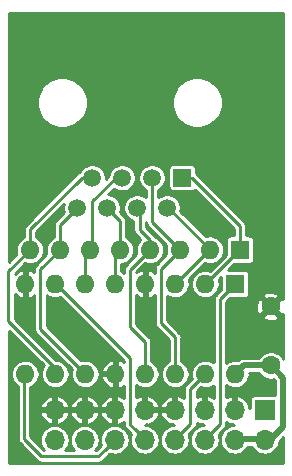
<source format=gbr>
G04 #@! TF.GenerationSoftware,KiCad,Pcbnew,(5.1.4)-1*
G04 #@! TF.CreationDate,2019-10-03T07:27:33-04:00*
G04 #@! TF.ProjectId,Quad_Diff_Out,51756164-5f44-4696-9666-5f4f75742e6b,v3*
G04 #@! TF.SameCoordinates,Original*
G04 #@! TF.FileFunction,Copper,L1,Top*
G04 #@! TF.FilePolarity,Positive*
%FSLAX46Y46*%
G04 Gerber Fmt 4.6, Leading zero omitted, Abs format (unit mm)*
G04 Created by KiCad (PCBNEW (5.1.4)-1) date 2019-10-03 07:27:33*
%MOMM*%
%LPD*%
G04 APERTURE LIST*
%ADD10O,1.600000X1.600000*%
%ADD11R,1.600000X1.600000*%
%ADD12O,1.700000X1.700000*%
%ADD13R,1.700000X1.700000*%
%ADD14C,1.500000*%
%ADD15R,1.500000X1.500000*%
%ADD16C,1.600000*%
%ADD17C,0.500000*%
%ADD18C,0.250000*%
%ADD19C,0.254000*%
G04 APERTURE END LIST*
D10*
X158500000Y-100020000D03*
X140720000Y-92400000D03*
X155960000Y-100020000D03*
X143260000Y-92400000D03*
X153420000Y-100020000D03*
X145800000Y-92400000D03*
X150880000Y-100020000D03*
X148340000Y-92400000D03*
X148340000Y-100020000D03*
X150880000Y-92400000D03*
X145800000Y-100020000D03*
X153420000Y-92400000D03*
X143260000Y-100020000D03*
X155960000Y-92400000D03*
X140720000Y-100020000D03*
D11*
X158500000Y-92400000D03*
D10*
X141120000Y-89500000D03*
X143660000Y-89500000D03*
X146200000Y-89500000D03*
X148740000Y-89500000D03*
X151280000Y-89500000D03*
X153820000Y-89500000D03*
X156360000Y-89500000D03*
D11*
X158900000Y-89500000D03*
D12*
X143220000Y-105600000D03*
X143220000Y-103060000D03*
X145760000Y-105600000D03*
X145760000Y-103060000D03*
X148300000Y-105600000D03*
X148300000Y-103060000D03*
X150840000Y-105600000D03*
X150840000Y-103060000D03*
X153380000Y-105600000D03*
X153380000Y-103060000D03*
X155920000Y-105600000D03*
X155920000Y-103060000D03*
X158460000Y-105600000D03*
X158460000Y-103060000D03*
X161000000Y-105600000D03*
D13*
X161000000Y-103060000D03*
D14*
X145110000Y-85940000D03*
X146380000Y-83400000D03*
X147650000Y-85940000D03*
X148920000Y-83400000D03*
X150190000Y-85940000D03*
X151460000Y-83400000D03*
X152730000Y-85940000D03*
D15*
X154000000Y-83400000D03*
D16*
X161500000Y-94300000D03*
X161500000Y-99300000D03*
D17*
X161490200Y-105540000D02*
X158460000Y-105540000D01*
X162524990Y-104505210D02*
X161490200Y-105540000D01*
X161500000Y-99300000D02*
X162524990Y-100324990D01*
X162524990Y-100324990D02*
X162524990Y-104505210D01*
X159220000Y-99300000D02*
X158500000Y-100020000D01*
X161500000Y-99300000D02*
X159220000Y-99300000D01*
D18*
X143660000Y-87390000D02*
X145110000Y-85940000D01*
X143660000Y-89500000D02*
X143660000Y-87390000D01*
X142000000Y-91160000D02*
X143660000Y-89500000D01*
X142000000Y-96200000D02*
X142000000Y-91160000D01*
X145800000Y-100020000D02*
X145800000Y-100000000D01*
X145800000Y-100000000D02*
X142000000Y-96200000D01*
X145500000Y-83400000D02*
X141120000Y-87780000D01*
X146380000Y-83400000D02*
X145500000Y-83400000D01*
X141120000Y-87780000D02*
X141120000Y-89500000D01*
X143260000Y-99520000D02*
X143260000Y-100020000D01*
X139300000Y-95560000D02*
X143260000Y-99520000D01*
X141120000Y-89500000D02*
X139300000Y-91320000D01*
X139300000Y-91320000D02*
X139300000Y-95560000D01*
X148740000Y-87030000D02*
X147650000Y-85940000D01*
X148740000Y-89500000D02*
X148740000Y-87030000D01*
X148340000Y-89900000D02*
X148740000Y-89500000D01*
X148340000Y-92400000D02*
X148340000Y-89900000D01*
X145800000Y-91900000D02*
X145900000Y-92000000D01*
X145800000Y-92300000D02*
X145900000Y-92400000D01*
X146200000Y-89500000D02*
X145800000Y-89900000D01*
X145800000Y-89900000D02*
X145800000Y-92300000D01*
X146400000Y-89300000D02*
X146200000Y-89500000D01*
X146400000Y-85400000D02*
X146400000Y-89300000D01*
X148920000Y-83400000D02*
X148400000Y-83400000D01*
X148400000Y-83400000D02*
X146400000Y-85400000D01*
X150880000Y-97280000D02*
X150880000Y-100020000D01*
X149600000Y-96000000D02*
X150880000Y-97280000D01*
X151280000Y-89500000D02*
X149600000Y-91180000D01*
X149600000Y-91180000D02*
X149600000Y-96000000D01*
X151280000Y-88680000D02*
X151280000Y-89500000D01*
X150400000Y-87800000D02*
X151280000Y-88680000D01*
X150190000Y-85940000D02*
X150400000Y-86150000D01*
X150400000Y-86150000D02*
X150400000Y-87800000D01*
X153020001Y-88700001D02*
X153820000Y-89500000D01*
X151460000Y-83400000D02*
X151460000Y-87140000D01*
X151460000Y-87140000D02*
X153020001Y-88700001D01*
X153420000Y-96920000D02*
X153420000Y-100020000D01*
X152200000Y-95700000D02*
X153420000Y-96920000D01*
X153820000Y-89500000D02*
X152200000Y-91120000D01*
X152200000Y-91120000D02*
X152200000Y-95700000D01*
X156360000Y-89460000D02*
X156360000Y-89500000D01*
X152730000Y-85940000D02*
X152840000Y-85940000D01*
X152840000Y-85940000D02*
X156360000Y-89460000D01*
X156360000Y-89500000D02*
X156320000Y-89500000D01*
X156320000Y-89500000D02*
X153420000Y-92400000D01*
X158900000Y-87500000D02*
X158900000Y-89500000D01*
X154000000Y-83400000D02*
X154800000Y-83400000D01*
X154800000Y-83400000D02*
X158900000Y-87500000D01*
X158860000Y-89500000D02*
X155960000Y-92400000D01*
X158900000Y-89500000D02*
X158860000Y-89500000D01*
X147450001Y-106449999D02*
X148300000Y-105600000D01*
X146900000Y-107000000D02*
X147450001Y-106449999D01*
X142090499Y-107000000D02*
X146900000Y-107000000D01*
X140600000Y-105509501D02*
X142090499Y-107000000D01*
X140720000Y-100020000D02*
X140600000Y-100140000D01*
X140600000Y-100140000D02*
X140600000Y-105509501D01*
X149990001Y-104690001D02*
X150840000Y-105540000D01*
X149600000Y-104300000D02*
X149990001Y-104690001D01*
X149600000Y-98700000D02*
X149600000Y-104300000D01*
X143260000Y-92400000D02*
X143300000Y-92400000D01*
X143300000Y-92400000D02*
X149600000Y-98700000D01*
X154229999Y-104690001D02*
X153380000Y-105540000D01*
X154700000Y-104220000D02*
X154229999Y-104690001D01*
X155960000Y-100020000D02*
X154700000Y-101280000D01*
X154700000Y-101280000D02*
X154700000Y-104220000D01*
X157200000Y-93700000D02*
X158600000Y-92300000D01*
X155920000Y-105540000D02*
X157200000Y-104260000D01*
X157200000Y-104260000D02*
X157200000Y-93700000D01*
D19*
G36*
X162570000Y-93675672D02*
G01*
X162385355Y-93594250D01*
X161679605Y-94300000D01*
X162385355Y-95005750D01*
X162570000Y-94924328D01*
X162570000Y-98734393D01*
X162567857Y-98729219D01*
X162435984Y-98531858D01*
X162268142Y-98364016D01*
X162070781Y-98232143D01*
X161851485Y-98141308D01*
X161618682Y-98095000D01*
X161381318Y-98095000D01*
X161148515Y-98141308D01*
X160929219Y-98232143D01*
X160731858Y-98364016D01*
X160564016Y-98531858D01*
X160488417Y-98645000D01*
X159252174Y-98645000D01*
X159220000Y-98641831D01*
X159091597Y-98654478D01*
X159054144Y-98665839D01*
X158968130Y-98691931D01*
X158854341Y-98752752D01*
X158754604Y-98834604D01*
X158752364Y-98837333D01*
X158736221Y-98832436D01*
X158559192Y-98815000D01*
X158440808Y-98815000D01*
X158263779Y-98832436D01*
X158036635Y-98901339D01*
X157827299Y-99013232D01*
X157730000Y-99093083D01*
X157730000Y-95185355D01*
X160794250Y-95185355D01*
X160877148Y-95373348D01*
X161098516Y-95474237D01*
X161335313Y-95530000D01*
X161578438Y-95538495D01*
X161818549Y-95499395D01*
X162046418Y-95414202D01*
X162122852Y-95373348D01*
X162205750Y-95185355D01*
X161500000Y-94479605D01*
X160794250Y-95185355D01*
X157730000Y-95185355D01*
X157730000Y-94378438D01*
X160261505Y-94378438D01*
X160300605Y-94618549D01*
X160385798Y-94846418D01*
X160426652Y-94922852D01*
X160614645Y-95005750D01*
X161320395Y-94300000D01*
X160614645Y-93594250D01*
X160426652Y-93677148D01*
X160325763Y-93898516D01*
X160270000Y-94135313D01*
X160261505Y-94378438D01*
X157730000Y-94378438D01*
X157730000Y-93919532D01*
X158042573Y-93606959D01*
X159300000Y-93606959D01*
X159379394Y-93599139D01*
X159455736Y-93575981D01*
X159526094Y-93538374D01*
X159587763Y-93487763D01*
X159638374Y-93426094D01*
X159644493Y-93414645D01*
X160794250Y-93414645D01*
X161500000Y-94120395D01*
X162205750Y-93414645D01*
X162122852Y-93226652D01*
X161901484Y-93125763D01*
X161664687Y-93070000D01*
X161421562Y-93061505D01*
X161181451Y-93100605D01*
X160953582Y-93185798D01*
X160877148Y-93226652D01*
X160794250Y-93414645D01*
X159644493Y-93414645D01*
X159675981Y-93355736D01*
X159699139Y-93279394D01*
X159706959Y-93200000D01*
X159706959Y-91600000D01*
X159699139Y-91520606D01*
X159675981Y-91444264D01*
X159638374Y-91373906D01*
X159587763Y-91312237D01*
X159526094Y-91261626D01*
X159455736Y-91224019D01*
X159379394Y-91200861D01*
X159300000Y-91193041D01*
X157916492Y-91193041D01*
X158402574Y-90706959D01*
X159700000Y-90706959D01*
X159779394Y-90699139D01*
X159855736Y-90675981D01*
X159926094Y-90638374D01*
X159987763Y-90587763D01*
X160038374Y-90526094D01*
X160075981Y-90455736D01*
X160099139Y-90379394D01*
X160106959Y-90300000D01*
X160106959Y-88700000D01*
X160099139Y-88620606D01*
X160075981Y-88544264D01*
X160038374Y-88473906D01*
X159987763Y-88412237D01*
X159926094Y-88361626D01*
X159855736Y-88324019D01*
X159779394Y-88300861D01*
X159700000Y-88293041D01*
X159430000Y-88293041D01*
X159430000Y-87526033D01*
X159432564Y-87500000D01*
X159422331Y-87396102D01*
X159406466Y-87343803D01*
X159392025Y-87296197D01*
X159342811Y-87204123D01*
X159276580Y-87123420D01*
X159256354Y-87106821D01*
X155193183Y-83043651D01*
X155176580Y-83023420D01*
X155156959Y-83007318D01*
X155156959Y-82650000D01*
X155149139Y-82570606D01*
X155125981Y-82494264D01*
X155088374Y-82423906D01*
X155037763Y-82362237D01*
X154976094Y-82311626D01*
X154905736Y-82274019D01*
X154829394Y-82250861D01*
X154750000Y-82243041D01*
X153250000Y-82243041D01*
X153170606Y-82250861D01*
X153094264Y-82274019D01*
X153023906Y-82311626D01*
X152962237Y-82362237D01*
X152911626Y-82423906D01*
X152874019Y-82494264D01*
X152850861Y-82570606D01*
X152843041Y-82650000D01*
X152843041Y-84150000D01*
X152850861Y-84229394D01*
X152874019Y-84305736D01*
X152911626Y-84376094D01*
X152962237Y-84437763D01*
X153023906Y-84488374D01*
X153094264Y-84525981D01*
X153170606Y-84549139D01*
X153250000Y-84556959D01*
X154750000Y-84556959D01*
X154829394Y-84549139D01*
X154905736Y-84525981D01*
X154976094Y-84488374D01*
X155037763Y-84437763D01*
X155060512Y-84410044D01*
X158370000Y-87719533D01*
X158370000Y-88293041D01*
X158100000Y-88293041D01*
X158020606Y-88300861D01*
X157944264Y-88324019D01*
X157873906Y-88361626D01*
X157812237Y-88412237D01*
X157761626Y-88473906D01*
X157724019Y-88544264D01*
X157700861Y-88620606D01*
X157693041Y-88700000D01*
X157693041Y-89917426D01*
X156351062Y-91259406D01*
X156196221Y-91212436D01*
X156019192Y-91195000D01*
X155900808Y-91195000D01*
X155723779Y-91212436D01*
X155496635Y-91281339D01*
X155287299Y-91393232D01*
X155103814Y-91543814D01*
X154953232Y-91727299D01*
X154841339Y-91936635D01*
X154772436Y-92163779D01*
X154749170Y-92400000D01*
X154772436Y-92636221D01*
X154841339Y-92863365D01*
X154953232Y-93072701D01*
X155103814Y-93256186D01*
X155287299Y-93406768D01*
X155496635Y-93518661D01*
X155723779Y-93587564D01*
X155900808Y-93605000D01*
X156019192Y-93605000D01*
X156196221Y-93587564D01*
X156423365Y-93518661D01*
X156632701Y-93406768D01*
X156816186Y-93256186D01*
X156966768Y-93072701D01*
X157078661Y-92863365D01*
X157147564Y-92636221D01*
X157170830Y-92400000D01*
X157147564Y-92163779D01*
X157100594Y-92008938D01*
X157293041Y-91816491D01*
X157293041Y-92857427D01*
X156843647Y-93306821D01*
X156823421Y-93323420D01*
X156757190Y-93404123D01*
X156712484Y-93487763D01*
X156707976Y-93496197D01*
X156677669Y-93596102D01*
X156667436Y-93700000D01*
X156670001Y-93726043D01*
X156670000Y-99043843D01*
X156632701Y-99013232D01*
X156423365Y-98901339D01*
X156196221Y-98832436D01*
X156019192Y-98815000D01*
X155900808Y-98815000D01*
X155723779Y-98832436D01*
X155496635Y-98901339D01*
X155287299Y-99013232D01*
X155103814Y-99163814D01*
X154953232Y-99347299D01*
X154841339Y-99556635D01*
X154772436Y-99783779D01*
X154749170Y-100020000D01*
X154772436Y-100256221D01*
X154819406Y-100411062D01*
X154343651Y-100886817D01*
X154323420Y-100903420D01*
X154257189Y-100984123D01*
X154207975Y-101076198D01*
X154204246Y-101088492D01*
X154177669Y-101176102D01*
X154167436Y-101280000D01*
X154170000Y-101306033D01*
X154170000Y-102053214D01*
X154028864Y-101950849D01*
X153800012Y-101845574D01*
X153705471Y-101816901D01*
X153507000Y-101890626D01*
X153507000Y-102933000D01*
X153527000Y-102933000D01*
X153527000Y-103187000D01*
X153507000Y-103187000D01*
X153507000Y-103207000D01*
X153253000Y-103207000D01*
X153253000Y-103187000D01*
X152210036Y-103187000D01*
X152136896Y-103385471D01*
X152224278Y-103621735D01*
X152356074Y-103836412D01*
X152527219Y-104021252D01*
X152731136Y-104169151D01*
X152959988Y-104274426D01*
X153054529Y-104303099D01*
X153252998Y-104229375D01*
X153252998Y-104345000D01*
X153318350Y-104345000D01*
X153133977Y-104363159D01*
X152897409Y-104434921D01*
X152679386Y-104551457D01*
X152488287Y-104708287D01*
X152331457Y-104899386D01*
X152214921Y-105117409D01*
X152143159Y-105353977D01*
X152118928Y-105600000D01*
X152143159Y-105846023D01*
X152214921Y-106082591D01*
X152331457Y-106300614D01*
X152488287Y-106491713D01*
X152679386Y-106648543D01*
X152897409Y-106765079D01*
X153133977Y-106836841D01*
X153318350Y-106855000D01*
X153441650Y-106855000D01*
X153626023Y-106836841D01*
X153862591Y-106765079D01*
X154080614Y-106648543D01*
X154271713Y-106491713D01*
X154428543Y-106300614D01*
X154545079Y-106082591D01*
X154616841Y-105846023D01*
X154641072Y-105600000D01*
X154616841Y-105353977D01*
X154546719Y-105122814D01*
X154623173Y-105046360D01*
X154623177Y-105046355D01*
X155056354Y-104613179D01*
X155076580Y-104596580D01*
X155142811Y-104515877D01*
X155192025Y-104423803D01*
X155222331Y-104323898D01*
X155230000Y-104246033D01*
X155232564Y-104220000D01*
X155230000Y-104193967D01*
X155230000Y-104139315D01*
X155271136Y-104169151D01*
X155499988Y-104274426D01*
X155594529Y-104303099D01*
X155792998Y-104229375D01*
X155792998Y-104345000D01*
X155858350Y-104345000D01*
X155673977Y-104363159D01*
X155437409Y-104434921D01*
X155219386Y-104551457D01*
X155028287Y-104708287D01*
X154871457Y-104899386D01*
X154754921Y-105117409D01*
X154683159Y-105353977D01*
X154658928Y-105600000D01*
X154683159Y-105846023D01*
X154754921Y-106082591D01*
X154871457Y-106300614D01*
X155028287Y-106491713D01*
X155219386Y-106648543D01*
X155437409Y-106765079D01*
X155673977Y-106836841D01*
X155858350Y-106855000D01*
X155981650Y-106855000D01*
X156166023Y-106836841D01*
X156402591Y-106765079D01*
X156620614Y-106648543D01*
X156811713Y-106491713D01*
X156968543Y-106300614D01*
X157085079Y-106082591D01*
X157156841Y-105846023D01*
X157181072Y-105600000D01*
X157156841Y-105353977D01*
X157086719Y-105122814D01*
X157556354Y-104653179D01*
X157576580Y-104636580D01*
X157642811Y-104555877D01*
X157692025Y-104463803D01*
X157722331Y-104363898D01*
X157727303Y-104313422D01*
X157732564Y-104260001D01*
X157730000Y-104233968D01*
X157730000Y-104110304D01*
X157811136Y-104169151D01*
X158039988Y-104274426D01*
X158134529Y-104303099D01*
X158332998Y-104229375D01*
X158332998Y-104345000D01*
X158398350Y-104345000D01*
X158213977Y-104363159D01*
X157977409Y-104434921D01*
X157759386Y-104551457D01*
X157568287Y-104708287D01*
X157411457Y-104899386D01*
X157294921Y-105117409D01*
X157223159Y-105353977D01*
X157198928Y-105600000D01*
X157223159Y-105846023D01*
X157294921Y-106082591D01*
X157411457Y-106300614D01*
X157568287Y-106491713D01*
X157759386Y-106648543D01*
X157977409Y-106765079D01*
X158213977Y-106836841D01*
X158398350Y-106855000D01*
X158521650Y-106855000D01*
X158706023Y-106836841D01*
X158942591Y-106765079D01*
X159160614Y-106648543D01*
X159351713Y-106491713D01*
X159508543Y-106300614D01*
X159564995Y-106195000D01*
X159895005Y-106195000D01*
X159951457Y-106300614D01*
X160108287Y-106491713D01*
X160299386Y-106648543D01*
X160517409Y-106765079D01*
X160753977Y-106836841D01*
X160938350Y-106855000D01*
X161061650Y-106855000D01*
X161246023Y-106836841D01*
X161482591Y-106765079D01*
X161700614Y-106648543D01*
X161891713Y-106491713D01*
X162048543Y-106300614D01*
X162165079Y-106082591D01*
X162236841Y-105846023D01*
X162250645Y-105705864D01*
X162570000Y-105386510D01*
X162570000Y-107570000D01*
X139330000Y-107570000D01*
X139330000Y-100020000D01*
X139509170Y-100020000D01*
X139532436Y-100256221D01*
X139601339Y-100483365D01*
X139713232Y-100692701D01*
X139863814Y-100876186D01*
X140047299Y-101026768D01*
X140070000Y-101038902D01*
X140070001Y-105483458D01*
X140067436Y-105509501D01*
X140077669Y-105613399D01*
X140094355Y-105668402D01*
X140107976Y-105713304D01*
X140157190Y-105805378D01*
X140223421Y-105886081D01*
X140243647Y-105902680D01*
X141697320Y-107356354D01*
X141713919Y-107376580D01*
X141794622Y-107442811D01*
X141886696Y-107492025D01*
X141986601Y-107522331D01*
X142090499Y-107532564D01*
X142116532Y-107530000D01*
X146873967Y-107530000D01*
X146900000Y-107532564D01*
X147003898Y-107522331D01*
X147103803Y-107492025D01*
X147195877Y-107442811D01*
X147276580Y-107376580D01*
X147293183Y-107356349D01*
X147843175Y-106806358D01*
X147843179Y-106806353D01*
X147868849Y-106780683D01*
X148053977Y-106836841D01*
X148238350Y-106855000D01*
X148361650Y-106855000D01*
X148546023Y-106836841D01*
X148782591Y-106765079D01*
X149000614Y-106648543D01*
X149191713Y-106491713D01*
X149348543Y-106300614D01*
X149465079Y-106082591D01*
X149536841Y-105846023D01*
X149561072Y-105600000D01*
X149536841Y-105353977D01*
X149465079Y-105117409D01*
X149348543Y-104899386D01*
X149191713Y-104708287D01*
X149000614Y-104551457D01*
X148782591Y-104434921D01*
X148546023Y-104363159D01*
X148361650Y-104345000D01*
X148238350Y-104345000D01*
X148053977Y-104363159D01*
X147817409Y-104434921D01*
X147599386Y-104551457D01*
X147408287Y-104708287D01*
X147251457Y-104899386D01*
X147134921Y-105117409D01*
X147063159Y-105353977D01*
X147038928Y-105600000D01*
X147063159Y-105846023D01*
X147119317Y-106031151D01*
X147093647Y-106056821D01*
X147093642Y-106056825D01*
X146680468Y-106470000D01*
X146669532Y-106470000D01*
X146808543Y-106300614D01*
X146925079Y-106082591D01*
X146996841Y-105846023D01*
X147021072Y-105600000D01*
X146996841Y-105353977D01*
X146925079Y-105117409D01*
X146808543Y-104899386D01*
X146651713Y-104708287D01*
X146460614Y-104551457D01*
X146242591Y-104434921D01*
X146006023Y-104363159D01*
X145821650Y-104345000D01*
X145698350Y-104345000D01*
X145513977Y-104363159D01*
X145277409Y-104434921D01*
X145059386Y-104551457D01*
X144868287Y-104708287D01*
X144711457Y-104899386D01*
X144594921Y-105117409D01*
X144523159Y-105353977D01*
X144498928Y-105600000D01*
X144523159Y-105846023D01*
X144594921Y-106082591D01*
X144711457Y-106300614D01*
X144850468Y-106470000D01*
X144129532Y-106470000D01*
X144268543Y-106300614D01*
X144385079Y-106082591D01*
X144456841Y-105846023D01*
X144481072Y-105600000D01*
X144456841Y-105353977D01*
X144385079Y-105117409D01*
X144268543Y-104899386D01*
X144111713Y-104708287D01*
X143920614Y-104551457D01*
X143702591Y-104434921D01*
X143466023Y-104363159D01*
X143281650Y-104345000D01*
X143158350Y-104345000D01*
X142973977Y-104363159D01*
X142737409Y-104434921D01*
X142519386Y-104551457D01*
X142328287Y-104708287D01*
X142171457Y-104899386D01*
X142054921Y-105117409D01*
X141983159Y-105353977D01*
X141958928Y-105600000D01*
X141983159Y-105846023D01*
X142054921Y-106082591D01*
X142171457Y-106300614D01*
X142310468Y-106470000D01*
X142310032Y-106470000D01*
X141130000Y-105289969D01*
X141130000Y-103385471D01*
X141976896Y-103385471D01*
X142064278Y-103621735D01*
X142196074Y-103836412D01*
X142367219Y-104021252D01*
X142571136Y-104169151D01*
X142799988Y-104274426D01*
X142894529Y-104303099D01*
X143093000Y-104229374D01*
X143093000Y-103187000D01*
X143347000Y-103187000D01*
X143347000Y-104229374D01*
X143545471Y-104303099D01*
X143640012Y-104274426D01*
X143868864Y-104169151D01*
X144072781Y-104021252D01*
X144243926Y-103836412D01*
X144375722Y-103621735D01*
X144463104Y-103385471D01*
X144516896Y-103385471D01*
X144604278Y-103621735D01*
X144736074Y-103836412D01*
X144907219Y-104021252D01*
X145111136Y-104169151D01*
X145339988Y-104274426D01*
X145434529Y-104303099D01*
X145633000Y-104229374D01*
X145633000Y-103187000D01*
X145887000Y-103187000D01*
X145887000Y-104229374D01*
X146085471Y-104303099D01*
X146180012Y-104274426D01*
X146408864Y-104169151D01*
X146612781Y-104021252D01*
X146783926Y-103836412D01*
X146915722Y-103621735D01*
X147003104Y-103385471D01*
X147056896Y-103385471D01*
X147144278Y-103621735D01*
X147276074Y-103836412D01*
X147447219Y-104021252D01*
X147651136Y-104169151D01*
X147879988Y-104274426D01*
X147974529Y-104303099D01*
X148173000Y-104229374D01*
X148173000Y-103187000D01*
X147130036Y-103187000D01*
X147056896Y-103385471D01*
X147003104Y-103385471D01*
X146929964Y-103187000D01*
X145887000Y-103187000D01*
X145633000Y-103187000D01*
X144590036Y-103187000D01*
X144516896Y-103385471D01*
X144463104Y-103385471D01*
X144389964Y-103187000D01*
X143347000Y-103187000D01*
X143093000Y-103187000D01*
X142050036Y-103187000D01*
X141976896Y-103385471D01*
X141130000Y-103385471D01*
X141130000Y-102734529D01*
X141976896Y-102734529D01*
X142050036Y-102933000D01*
X143093000Y-102933000D01*
X143093000Y-101890626D01*
X143347000Y-101890626D01*
X143347000Y-102933000D01*
X144389964Y-102933000D01*
X144463104Y-102734529D01*
X144516896Y-102734529D01*
X144590036Y-102933000D01*
X145633000Y-102933000D01*
X145633000Y-101890626D01*
X145887000Y-101890626D01*
X145887000Y-102933000D01*
X146929964Y-102933000D01*
X147003104Y-102734529D01*
X147056896Y-102734529D01*
X147130036Y-102933000D01*
X148173000Y-102933000D01*
X148173000Y-101890626D01*
X147974529Y-101816901D01*
X147879988Y-101845574D01*
X147651136Y-101950849D01*
X147447219Y-102098748D01*
X147276074Y-102283588D01*
X147144278Y-102498265D01*
X147056896Y-102734529D01*
X147003104Y-102734529D01*
X146915722Y-102498265D01*
X146783926Y-102283588D01*
X146612781Y-102098748D01*
X146408864Y-101950849D01*
X146180012Y-101845574D01*
X146085471Y-101816901D01*
X145887000Y-101890626D01*
X145633000Y-101890626D01*
X145434529Y-101816901D01*
X145339988Y-101845574D01*
X145111136Y-101950849D01*
X144907219Y-102098748D01*
X144736074Y-102283588D01*
X144604278Y-102498265D01*
X144516896Y-102734529D01*
X144463104Y-102734529D01*
X144375722Y-102498265D01*
X144243926Y-102283588D01*
X144072781Y-102098748D01*
X143868864Y-101950849D01*
X143640012Y-101845574D01*
X143545471Y-101816901D01*
X143347000Y-101890626D01*
X143093000Y-101890626D01*
X142894529Y-101816901D01*
X142799988Y-101845574D01*
X142571136Y-101950849D01*
X142367219Y-102098748D01*
X142196074Y-102283588D01*
X142064278Y-102498265D01*
X141976896Y-102734529D01*
X141130000Y-102734529D01*
X141130000Y-101154849D01*
X141183365Y-101138661D01*
X141392701Y-101026768D01*
X141576186Y-100876186D01*
X141726768Y-100692701D01*
X141838661Y-100483365D01*
X141907564Y-100256221D01*
X141930830Y-100020000D01*
X141907564Y-99783779D01*
X141838661Y-99556635D01*
X141726768Y-99347299D01*
X141576186Y-99163814D01*
X141392701Y-99013232D01*
X141183365Y-98901339D01*
X140956221Y-98832436D01*
X140779192Y-98815000D01*
X140660808Y-98815000D01*
X140483779Y-98832436D01*
X140256635Y-98901339D01*
X140047299Y-99013232D01*
X139863814Y-99163814D01*
X139713232Y-99347299D01*
X139601339Y-99556635D01*
X139532436Y-99783779D01*
X139509170Y-100020000D01*
X139330000Y-100020000D01*
X139330000Y-96339532D01*
X142291336Y-99300869D01*
X142253232Y-99347299D01*
X142141339Y-99556635D01*
X142072436Y-99783779D01*
X142049170Y-100020000D01*
X142072436Y-100256221D01*
X142141339Y-100483365D01*
X142253232Y-100692701D01*
X142403814Y-100876186D01*
X142587299Y-101026768D01*
X142796635Y-101138661D01*
X143023779Y-101207564D01*
X143200808Y-101225000D01*
X143319192Y-101225000D01*
X143496221Y-101207564D01*
X143723365Y-101138661D01*
X143932701Y-101026768D01*
X144116186Y-100876186D01*
X144266768Y-100692701D01*
X144378661Y-100483365D01*
X144447564Y-100256221D01*
X144470830Y-100020000D01*
X144447564Y-99783779D01*
X144378661Y-99556635D01*
X144266768Y-99347299D01*
X144116186Y-99163814D01*
X143932701Y-99013232D01*
X143723365Y-98901339D01*
X143496221Y-98832436D01*
X143319192Y-98815000D01*
X143304533Y-98815000D01*
X139830000Y-95340468D01*
X139830000Y-93247725D01*
X139904124Y-93327137D01*
X140100676Y-93468492D01*
X140321029Y-93568785D01*
X140402391Y-93593462D01*
X140593000Y-93519067D01*
X140593000Y-92527000D01*
X140573000Y-92527000D01*
X140573000Y-92273000D01*
X140593000Y-92273000D01*
X140593000Y-91280933D01*
X140402391Y-91206538D01*
X140321029Y-91231215D01*
X140100676Y-91331508D01*
X139904124Y-91472863D01*
X139830000Y-91552275D01*
X139830000Y-91539532D01*
X140728939Y-90640594D01*
X140883779Y-90687564D01*
X141060808Y-90705000D01*
X141179192Y-90705000D01*
X141356221Y-90687564D01*
X141583365Y-90618661D01*
X141792701Y-90506768D01*
X141976186Y-90356186D01*
X142126768Y-90172701D01*
X142238661Y-89963365D01*
X142307564Y-89736221D01*
X142330830Y-89500000D01*
X142307564Y-89263779D01*
X142238661Y-89036635D01*
X142126768Y-88827299D01*
X141976186Y-88643814D01*
X141792701Y-88493232D01*
X141650000Y-88416956D01*
X141650000Y-87999532D01*
X143987704Y-85661829D01*
X143955000Y-85826242D01*
X143955000Y-86053758D01*
X143999386Y-86276901D01*
X144006468Y-86293999D01*
X143303647Y-86996821D01*
X143283421Y-87013420D01*
X143217190Y-87094123D01*
X143178754Y-87166033D01*
X143167976Y-87186197D01*
X143137669Y-87286102D01*
X143127436Y-87390000D01*
X143130001Y-87416043D01*
X143130001Y-88416956D01*
X142987299Y-88493232D01*
X142803814Y-88643814D01*
X142653232Y-88827299D01*
X142541339Y-89036635D01*
X142472436Y-89263779D01*
X142449170Y-89500000D01*
X142472436Y-89736221D01*
X142519406Y-89891061D01*
X141643647Y-90766821D01*
X141623421Y-90783420D01*
X141557190Y-90864123D01*
X141529356Y-90916197D01*
X141507976Y-90956197D01*
X141477669Y-91056102D01*
X141467436Y-91160000D01*
X141470001Y-91186043D01*
X141470001Y-91425487D01*
X141339324Y-91331508D01*
X141118971Y-91231215D01*
X141037609Y-91206538D01*
X140847000Y-91280933D01*
X140847000Y-92273000D01*
X140867000Y-92273000D01*
X140867000Y-92527000D01*
X140847000Y-92527000D01*
X140847000Y-93519067D01*
X141037609Y-93593462D01*
X141118971Y-93568785D01*
X141339324Y-93468492D01*
X141470001Y-93374513D01*
X141470000Y-96173967D01*
X141467436Y-96200000D01*
X141470000Y-96226032D01*
X141477669Y-96303897D01*
X141507975Y-96403802D01*
X141557189Y-96495877D01*
X141623420Y-96576580D01*
X141643651Y-96593183D01*
X144664061Y-99613594D01*
X144612436Y-99783779D01*
X144589170Y-100020000D01*
X144612436Y-100256221D01*
X144681339Y-100483365D01*
X144793232Y-100692701D01*
X144943814Y-100876186D01*
X145127299Y-101026768D01*
X145336635Y-101138661D01*
X145563779Y-101207564D01*
X145740808Y-101225000D01*
X145859192Y-101225000D01*
X146036221Y-101207564D01*
X146263365Y-101138661D01*
X146472701Y-101026768D01*
X146656186Y-100876186D01*
X146806768Y-100692701D01*
X146918661Y-100483365D01*
X146962875Y-100337610D01*
X147146533Y-100337610D01*
X147231428Y-100564341D01*
X147358925Y-100770153D01*
X147524124Y-100947137D01*
X147720676Y-101088492D01*
X147941029Y-101188785D01*
X148022391Y-101213462D01*
X148213000Y-101139067D01*
X148213000Y-100147000D01*
X147220291Y-100147000D01*
X147146533Y-100337610D01*
X146962875Y-100337610D01*
X146987564Y-100256221D01*
X147010830Y-100020000D01*
X146987564Y-99783779D01*
X146962876Y-99702390D01*
X147146533Y-99702390D01*
X147220291Y-99893000D01*
X148213000Y-99893000D01*
X148213000Y-98900933D01*
X148022391Y-98826538D01*
X147941029Y-98851215D01*
X147720676Y-98951508D01*
X147524124Y-99092863D01*
X147358925Y-99269847D01*
X147231428Y-99475659D01*
X147146533Y-99702390D01*
X146962876Y-99702390D01*
X146918661Y-99556635D01*
X146806768Y-99347299D01*
X146656186Y-99163814D01*
X146472701Y-99013232D01*
X146263365Y-98901339D01*
X146036221Y-98832436D01*
X145859192Y-98815000D01*
X145740808Y-98815000D01*
X145563779Y-98832436D01*
X145424285Y-98874751D01*
X142530000Y-95980468D01*
X142530000Y-93359744D01*
X142587299Y-93406768D01*
X142796635Y-93518661D01*
X143023779Y-93587564D01*
X143200808Y-93605000D01*
X143319192Y-93605000D01*
X143496221Y-93587564D01*
X143681752Y-93531284D01*
X149070000Y-98919533D01*
X149070000Y-99031103D01*
X148959324Y-98951508D01*
X148738971Y-98851215D01*
X148657609Y-98826538D01*
X148467000Y-98900933D01*
X148467000Y-99893000D01*
X148487000Y-99893000D01*
X148487000Y-100147000D01*
X148467000Y-100147000D01*
X148467000Y-101139067D01*
X148657609Y-101213462D01*
X148738971Y-101188785D01*
X148959324Y-101088492D01*
X149070000Y-101008896D01*
X149070001Y-102038708D01*
X148948864Y-101950849D01*
X148720012Y-101845574D01*
X148625471Y-101816901D01*
X148427000Y-101890626D01*
X148427000Y-102933000D01*
X148447000Y-102933000D01*
X148447000Y-103187000D01*
X148427000Y-103187000D01*
X148427000Y-104229374D01*
X148625471Y-104303099D01*
X148720012Y-104274426D01*
X148948864Y-104169151D01*
X149070001Y-104081292D01*
X149070001Y-104273957D01*
X149067436Y-104300000D01*
X149077669Y-104403898D01*
X149107976Y-104503803D01*
X149157190Y-104595877D01*
X149223421Y-104676580D01*
X149243646Y-104693179D01*
X149633642Y-105083175D01*
X149633647Y-105083179D01*
X149673282Y-105122814D01*
X149603159Y-105353977D01*
X149578928Y-105600000D01*
X149603159Y-105846023D01*
X149674921Y-106082591D01*
X149791457Y-106300614D01*
X149948287Y-106491713D01*
X150139386Y-106648543D01*
X150357409Y-106765079D01*
X150593977Y-106836841D01*
X150778350Y-106855000D01*
X150901650Y-106855000D01*
X151086023Y-106836841D01*
X151322591Y-106765079D01*
X151540614Y-106648543D01*
X151731713Y-106491713D01*
X151888543Y-106300614D01*
X152005079Y-106082591D01*
X152076841Y-105846023D01*
X152101072Y-105600000D01*
X152076841Y-105353977D01*
X152005079Y-105117409D01*
X151888543Y-104899386D01*
X151731713Y-104708287D01*
X151540614Y-104551457D01*
X151322591Y-104434921D01*
X151086023Y-104363159D01*
X150901650Y-104345000D01*
X150967002Y-104345000D01*
X150967002Y-104229375D01*
X151165471Y-104303099D01*
X151260012Y-104274426D01*
X151488864Y-104169151D01*
X151692781Y-104021252D01*
X151863926Y-103836412D01*
X151995722Y-103621735D01*
X152083104Y-103385471D01*
X152009964Y-103187000D01*
X150967000Y-103187000D01*
X150967000Y-103207000D01*
X150713000Y-103207000D01*
X150713000Y-103187000D01*
X150693000Y-103187000D01*
X150693000Y-102933000D01*
X150713000Y-102933000D01*
X150713000Y-101890626D01*
X150967000Y-101890626D01*
X150967000Y-102933000D01*
X152009964Y-102933000D01*
X152083104Y-102734529D01*
X152136896Y-102734529D01*
X152210036Y-102933000D01*
X153253000Y-102933000D01*
X153253000Y-101890626D01*
X153054529Y-101816901D01*
X152959988Y-101845574D01*
X152731136Y-101950849D01*
X152527219Y-102098748D01*
X152356074Y-102283588D01*
X152224278Y-102498265D01*
X152136896Y-102734529D01*
X152083104Y-102734529D01*
X151995722Y-102498265D01*
X151863926Y-102283588D01*
X151692781Y-102098748D01*
X151488864Y-101950849D01*
X151260012Y-101845574D01*
X151165471Y-101816901D01*
X150967000Y-101890626D01*
X150713000Y-101890626D01*
X150514529Y-101816901D01*
X150419988Y-101845574D01*
X150191136Y-101950849D01*
X150130000Y-101995190D01*
X150130000Y-100963330D01*
X150207299Y-101026768D01*
X150416635Y-101138661D01*
X150643779Y-101207564D01*
X150820808Y-101225000D01*
X150939192Y-101225000D01*
X151116221Y-101207564D01*
X151343365Y-101138661D01*
X151552701Y-101026768D01*
X151736186Y-100876186D01*
X151886768Y-100692701D01*
X151998661Y-100483365D01*
X152067564Y-100256221D01*
X152090830Y-100020000D01*
X152067564Y-99783779D01*
X151998661Y-99556635D01*
X151886768Y-99347299D01*
X151736186Y-99163814D01*
X151552701Y-99013232D01*
X151410000Y-98936956D01*
X151410000Y-97306032D01*
X151412564Y-97279999D01*
X151402331Y-97176101D01*
X151372025Y-97076198D01*
X151372025Y-97076197D01*
X151322811Y-96984123D01*
X151256580Y-96903420D01*
X151236354Y-96886821D01*
X150130000Y-95780468D01*
X150130000Y-93374513D01*
X150260676Y-93468492D01*
X150481029Y-93568785D01*
X150562391Y-93593462D01*
X150753000Y-93519067D01*
X150753000Y-92527000D01*
X150733000Y-92527000D01*
X150733000Y-92273000D01*
X150753000Y-92273000D01*
X150753000Y-91280933D01*
X150562391Y-91206538D01*
X150481029Y-91231215D01*
X150260676Y-91331508D01*
X150130000Y-91425487D01*
X150130000Y-91399532D01*
X150888939Y-90640594D01*
X151043779Y-90687564D01*
X151220808Y-90705000D01*
X151339192Y-90705000D01*
X151516221Y-90687564D01*
X151743365Y-90618661D01*
X151952701Y-90506768D01*
X152136186Y-90356186D01*
X152286768Y-90172701D01*
X152398661Y-89963365D01*
X152467564Y-89736221D01*
X152490830Y-89500000D01*
X152467564Y-89263779D01*
X152398661Y-89036635D01*
X152286768Y-88827299D01*
X152136186Y-88643814D01*
X151952701Y-88493232D01*
X151743365Y-88381339D01*
X151712956Y-88372115D01*
X151656580Y-88303420D01*
X151636354Y-88286821D01*
X150930000Y-87580468D01*
X150930000Y-87166033D01*
X150937669Y-87243898D01*
X150953535Y-87296198D01*
X150967976Y-87343803D01*
X151017190Y-87435877D01*
X151083421Y-87516580D01*
X151103647Y-87533179D01*
X152663642Y-89093176D01*
X152663653Y-89093185D01*
X152679406Y-89108938D01*
X152632436Y-89263779D01*
X152609170Y-89500000D01*
X152632436Y-89736221D01*
X152679406Y-89891061D01*
X151843651Y-90726817D01*
X151823420Y-90743420D01*
X151757189Y-90824123D01*
X151707975Y-90916198D01*
X151689774Y-90976198D01*
X151677669Y-91016102D01*
X151667436Y-91120000D01*
X151670000Y-91146033D01*
X151670000Y-91454254D01*
X151499324Y-91331508D01*
X151278971Y-91231215D01*
X151197609Y-91206538D01*
X151007000Y-91280933D01*
X151007000Y-92273000D01*
X151027000Y-92273000D01*
X151027000Y-92527000D01*
X151007000Y-92527000D01*
X151007000Y-93519067D01*
X151197609Y-93593462D01*
X151278971Y-93568785D01*
X151499324Y-93468492D01*
X151670000Y-93345746D01*
X151670001Y-95673957D01*
X151667436Y-95700000D01*
X151677669Y-95803898D01*
X151705640Y-95896102D01*
X151707976Y-95903803D01*
X151757190Y-95995877D01*
X151823421Y-96076580D01*
X151843647Y-96093179D01*
X152890000Y-97139534D01*
X152890001Y-98936956D01*
X152747299Y-99013232D01*
X152563814Y-99163814D01*
X152413232Y-99347299D01*
X152301339Y-99556635D01*
X152232436Y-99783779D01*
X152209170Y-100020000D01*
X152232436Y-100256221D01*
X152301339Y-100483365D01*
X152413232Y-100692701D01*
X152563814Y-100876186D01*
X152747299Y-101026768D01*
X152956635Y-101138661D01*
X153183779Y-101207564D01*
X153360808Y-101225000D01*
X153479192Y-101225000D01*
X153656221Y-101207564D01*
X153883365Y-101138661D01*
X154092701Y-101026768D01*
X154276186Y-100876186D01*
X154426768Y-100692701D01*
X154538661Y-100483365D01*
X154607564Y-100256221D01*
X154630830Y-100020000D01*
X154607564Y-99783779D01*
X154538661Y-99556635D01*
X154426768Y-99347299D01*
X154276186Y-99163814D01*
X154092701Y-99013232D01*
X153950000Y-98936956D01*
X153950000Y-96946033D01*
X153952564Y-96920000D01*
X153942331Y-96816102D01*
X153912025Y-96716196D01*
X153862811Y-96624123D01*
X153813175Y-96563641D01*
X153813174Y-96563640D01*
X153796580Y-96543420D01*
X153776359Y-96526825D01*
X152730000Y-95480468D01*
X152730000Y-93392571D01*
X152747299Y-93406768D01*
X152956635Y-93518661D01*
X153183779Y-93587564D01*
X153360808Y-93605000D01*
X153479192Y-93605000D01*
X153656221Y-93587564D01*
X153883365Y-93518661D01*
X154092701Y-93406768D01*
X154276186Y-93256186D01*
X154426768Y-93072701D01*
X154538661Y-92863365D01*
X154607564Y-92636221D01*
X154630830Y-92400000D01*
X154607564Y-92163779D01*
X154560594Y-92008938D01*
X155938248Y-90631284D01*
X156123779Y-90687564D01*
X156300808Y-90705000D01*
X156419192Y-90705000D01*
X156596221Y-90687564D01*
X156823365Y-90618661D01*
X157032701Y-90506768D01*
X157216186Y-90356186D01*
X157366768Y-90172701D01*
X157478661Y-89963365D01*
X157547564Y-89736221D01*
X157570830Y-89500000D01*
X157547564Y-89263779D01*
X157478661Y-89036635D01*
X157366768Y-88827299D01*
X157216186Y-88643814D01*
X157032701Y-88493232D01*
X156823365Y-88381339D01*
X156596221Y-88312436D01*
X156419192Y-88295000D01*
X156300808Y-88295000D01*
X156123779Y-88312436D01*
X155999629Y-88350096D01*
X153854852Y-86205320D01*
X153885000Y-86053758D01*
X153885000Y-85826242D01*
X153840614Y-85603099D01*
X153753548Y-85392902D01*
X153627147Y-85203730D01*
X153466270Y-85042853D01*
X153277098Y-84916452D01*
X153066901Y-84829386D01*
X152843758Y-84785000D01*
X152616242Y-84785000D01*
X152393099Y-84829386D01*
X152182902Y-84916452D01*
X151993730Y-85042853D01*
X151990000Y-85046583D01*
X151990000Y-84430630D01*
X152007098Y-84423548D01*
X152196270Y-84297147D01*
X152357147Y-84136270D01*
X152483548Y-83947098D01*
X152570614Y-83736901D01*
X152615000Y-83513758D01*
X152615000Y-83286242D01*
X152570614Y-83063099D01*
X152483548Y-82852902D01*
X152357147Y-82663730D01*
X152196270Y-82502853D01*
X152007098Y-82376452D01*
X151796901Y-82289386D01*
X151573758Y-82245000D01*
X151346242Y-82245000D01*
X151123099Y-82289386D01*
X150912902Y-82376452D01*
X150723730Y-82502853D01*
X150562853Y-82663730D01*
X150436452Y-82852902D01*
X150349386Y-83063099D01*
X150305000Y-83286242D01*
X150305000Y-83513758D01*
X150349386Y-83736901D01*
X150436452Y-83947098D01*
X150562853Y-84136270D01*
X150723730Y-84297147D01*
X150912902Y-84423548D01*
X150930000Y-84430630D01*
X150930000Y-85046583D01*
X150926270Y-85042853D01*
X150737098Y-84916452D01*
X150526901Y-84829386D01*
X150303758Y-84785000D01*
X150076242Y-84785000D01*
X149853099Y-84829386D01*
X149642902Y-84916452D01*
X149453730Y-85042853D01*
X149292853Y-85203730D01*
X149166452Y-85392902D01*
X149079386Y-85603099D01*
X149035000Y-85826242D01*
X149035000Y-86053758D01*
X149079386Y-86276901D01*
X149166452Y-86487098D01*
X149292853Y-86676270D01*
X149453730Y-86837147D01*
X149642902Y-86963548D01*
X149853099Y-87050614D01*
X149870001Y-87053976D01*
X149870001Y-87773957D01*
X149867436Y-87800000D01*
X149877669Y-87903898D01*
X149889474Y-87942811D01*
X149907976Y-88003803D01*
X149957190Y-88095877D01*
X150023421Y-88176580D01*
X150043647Y-88193179D01*
X150462518Y-88612050D01*
X150423814Y-88643814D01*
X150273232Y-88827299D01*
X150161339Y-89036635D01*
X150092436Y-89263779D01*
X150069170Y-89500000D01*
X150092436Y-89736221D01*
X150139406Y-89891061D01*
X149243651Y-90786817D01*
X149223420Y-90803420D01*
X149157189Y-90884123D01*
X149107975Y-90976198D01*
X149095870Y-91016102D01*
X149077669Y-91076102D01*
X149067436Y-91180000D01*
X149070000Y-91206033D01*
X149070000Y-91440256D01*
X149012701Y-91393232D01*
X148870000Y-91316956D01*
X148870000Y-90698026D01*
X148976221Y-90687564D01*
X149203365Y-90618661D01*
X149412701Y-90506768D01*
X149596186Y-90356186D01*
X149746768Y-90172701D01*
X149858661Y-89963365D01*
X149927564Y-89736221D01*
X149950830Y-89500000D01*
X149927564Y-89263779D01*
X149858661Y-89036635D01*
X149746768Y-88827299D01*
X149596186Y-88643814D01*
X149412701Y-88493232D01*
X149270000Y-88416956D01*
X149270000Y-87056033D01*
X149272564Y-87030000D01*
X149262331Y-86926102D01*
X149237463Y-86844124D01*
X149232025Y-86826197D01*
X149182811Y-86734123D01*
X149116580Y-86653420D01*
X149096354Y-86636821D01*
X148753532Y-86293999D01*
X148760614Y-86276901D01*
X148805000Y-86053758D01*
X148805000Y-85826242D01*
X148760614Y-85603099D01*
X148673548Y-85392902D01*
X148547147Y-85203730D01*
X148386270Y-85042853D01*
X148197098Y-84916452D01*
X147986901Y-84829386D01*
X147764404Y-84785128D01*
X148224886Y-84324647D01*
X148372902Y-84423548D01*
X148583099Y-84510614D01*
X148806242Y-84555000D01*
X149033758Y-84555000D01*
X149256901Y-84510614D01*
X149467098Y-84423548D01*
X149656270Y-84297147D01*
X149817147Y-84136270D01*
X149943548Y-83947098D01*
X150030614Y-83736901D01*
X150075000Y-83513758D01*
X150075000Y-83286242D01*
X150030614Y-83063099D01*
X149943548Y-82852902D01*
X149817147Y-82663730D01*
X149656270Y-82502853D01*
X149467098Y-82376452D01*
X149256901Y-82289386D01*
X149033758Y-82245000D01*
X148806242Y-82245000D01*
X148583099Y-82289386D01*
X148372902Y-82376452D01*
X148183730Y-82502853D01*
X148022853Y-82663730D01*
X147896452Y-82852902D01*
X147809386Y-83063099D01*
X147765192Y-83285275D01*
X147534576Y-83515892D01*
X147535000Y-83513758D01*
X147535000Y-83286242D01*
X147490614Y-83063099D01*
X147403548Y-82852902D01*
X147277147Y-82663730D01*
X147116270Y-82502853D01*
X146927098Y-82376452D01*
X146716901Y-82289386D01*
X146493758Y-82245000D01*
X146266242Y-82245000D01*
X146043099Y-82289386D01*
X145832902Y-82376452D01*
X145643730Y-82502853D01*
X145482853Y-82663730D01*
X145356452Y-82852902D01*
X145339021Y-82894984D01*
X145296197Y-82907975D01*
X145204123Y-82957189D01*
X145123420Y-83023420D01*
X145106821Y-83043646D01*
X140763651Y-87386817D01*
X140743420Y-87403420D01*
X140677189Y-87484123D01*
X140627975Y-87576198D01*
X140611040Y-87632025D01*
X140597669Y-87676102D01*
X140587436Y-87780000D01*
X140590000Y-87806033D01*
X140590000Y-88416956D01*
X140447299Y-88493232D01*
X140263814Y-88643814D01*
X140113232Y-88827299D01*
X140001339Y-89036635D01*
X139932436Y-89263779D01*
X139909170Y-89500000D01*
X139932436Y-89736221D01*
X139979406Y-89891061D01*
X139330000Y-90540468D01*
X139330000Y-76837751D01*
X141685000Y-76837751D01*
X141685000Y-77262249D01*
X141767816Y-77678590D01*
X141930264Y-78070775D01*
X142166102Y-78423732D01*
X142466268Y-78723898D01*
X142819225Y-78959736D01*
X143211410Y-79122184D01*
X143627751Y-79205000D01*
X144052249Y-79205000D01*
X144468590Y-79122184D01*
X144860775Y-78959736D01*
X145213732Y-78723898D01*
X145513898Y-78423732D01*
X145749736Y-78070775D01*
X145912184Y-77678590D01*
X145995000Y-77262249D01*
X145995000Y-76837751D01*
X153115000Y-76837751D01*
X153115000Y-77262249D01*
X153197816Y-77678590D01*
X153360264Y-78070775D01*
X153596102Y-78423732D01*
X153896268Y-78723898D01*
X154249225Y-78959736D01*
X154641410Y-79122184D01*
X155057751Y-79205000D01*
X155482249Y-79205000D01*
X155898590Y-79122184D01*
X156290775Y-78959736D01*
X156643732Y-78723898D01*
X156943898Y-78423732D01*
X157179736Y-78070775D01*
X157342184Y-77678590D01*
X157425000Y-77262249D01*
X157425000Y-76837751D01*
X157342184Y-76421410D01*
X157179736Y-76029225D01*
X156943898Y-75676268D01*
X156643732Y-75376102D01*
X156290775Y-75140264D01*
X155898590Y-74977816D01*
X155482249Y-74895000D01*
X155057751Y-74895000D01*
X154641410Y-74977816D01*
X154249225Y-75140264D01*
X153896268Y-75376102D01*
X153596102Y-75676268D01*
X153360264Y-76029225D01*
X153197816Y-76421410D01*
X153115000Y-76837751D01*
X145995000Y-76837751D01*
X145912184Y-76421410D01*
X145749736Y-76029225D01*
X145513898Y-75676268D01*
X145213732Y-75376102D01*
X144860775Y-75140264D01*
X144468590Y-74977816D01*
X144052249Y-74895000D01*
X143627751Y-74895000D01*
X143211410Y-74977816D01*
X142819225Y-75140264D01*
X142466268Y-75376102D01*
X142166102Y-75676268D01*
X141930264Y-76029225D01*
X141767816Y-76421410D01*
X141685000Y-76837751D01*
X139330000Y-76837751D01*
X139330000Y-69430000D01*
X162570001Y-69430000D01*
X162570000Y-93675672D01*
X162570000Y-93675672D01*
G37*
X162570000Y-93675672D02*
X162385355Y-93594250D01*
X161679605Y-94300000D01*
X162385355Y-95005750D01*
X162570000Y-94924328D01*
X162570000Y-98734393D01*
X162567857Y-98729219D01*
X162435984Y-98531858D01*
X162268142Y-98364016D01*
X162070781Y-98232143D01*
X161851485Y-98141308D01*
X161618682Y-98095000D01*
X161381318Y-98095000D01*
X161148515Y-98141308D01*
X160929219Y-98232143D01*
X160731858Y-98364016D01*
X160564016Y-98531858D01*
X160488417Y-98645000D01*
X159252174Y-98645000D01*
X159220000Y-98641831D01*
X159091597Y-98654478D01*
X159054144Y-98665839D01*
X158968130Y-98691931D01*
X158854341Y-98752752D01*
X158754604Y-98834604D01*
X158752364Y-98837333D01*
X158736221Y-98832436D01*
X158559192Y-98815000D01*
X158440808Y-98815000D01*
X158263779Y-98832436D01*
X158036635Y-98901339D01*
X157827299Y-99013232D01*
X157730000Y-99093083D01*
X157730000Y-95185355D01*
X160794250Y-95185355D01*
X160877148Y-95373348D01*
X161098516Y-95474237D01*
X161335313Y-95530000D01*
X161578438Y-95538495D01*
X161818549Y-95499395D01*
X162046418Y-95414202D01*
X162122852Y-95373348D01*
X162205750Y-95185355D01*
X161500000Y-94479605D01*
X160794250Y-95185355D01*
X157730000Y-95185355D01*
X157730000Y-94378438D01*
X160261505Y-94378438D01*
X160300605Y-94618549D01*
X160385798Y-94846418D01*
X160426652Y-94922852D01*
X160614645Y-95005750D01*
X161320395Y-94300000D01*
X160614645Y-93594250D01*
X160426652Y-93677148D01*
X160325763Y-93898516D01*
X160270000Y-94135313D01*
X160261505Y-94378438D01*
X157730000Y-94378438D01*
X157730000Y-93919532D01*
X158042573Y-93606959D01*
X159300000Y-93606959D01*
X159379394Y-93599139D01*
X159455736Y-93575981D01*
X159526094Y-93538374D01*
X159587763Y-93487763D01*
X159638374Y-93426094D01*
X159644493Y-93414645D01*
X160794250Y-93414645D01*
X161500000Y-94120395D01*
X162205750Y-93414645D01*
X162122852Y-93226652D01*
X161901484Y-93125763D01*
X161664687Y-93070000D01*
X161421562Y-93061505D01*
X161181451Y-93100605D01*
X160953582Y-93185798D01*
X160877148Y-93226652D01*
X160794250Y-93414645D01*
X159644493Y-93414645D01*
X159675981Y-93355736D01*
X159699139Y-93279394D01*
X159706959Y-93200000D01*
X159706959Y-91600000D01*
X159699139Y-91520606D01*
X159675981Y-91444264D01*
X159638374Y-91373906D01*
X159587763Y-91312237D01*
X159526094Y-91261626D01*
X159455736Y-91224019D01*
X159379394Y-91200861D01*
X159300000Y-91193041D01*
X157916492Y-91193041D01*
X158402574Y-90706959D01*
X159700000Y-90706959D01*
X159779394Y-90699139D01*
X159855736Y-90675981D01*
X159926094Y-90638374D01*
X159987763Y-90587763D01*
X160038374Y-90526094D01*
X160075981Y-90455736D01*
X160099139Y-90379394D01*
X160106959Y-90300000D01*
X160106959Y-88700000D01*
X160099139Y-88620606D01*
X160075981Y-88544264D01*
X160038374Y-88473906D01*
X159987763Y-88412237D01*
X159926094Y-88361626D01*
X159855736Y-88324019D01*
X159779394Y-88300861D01*
X159700000Y-88293041D01*
X159430000Y-88293041D01*
X159430000Y-87526033D01*
X159432564Y-87500000D01*
X159422331Y-87396102D01*
X159406466Y-87343803D01*
X159392025Y-87296197D01*
X159342811Y-87204123D01*
X159276580Y-87123420D01*
X159256354Y-87106821D01*
X155193183Y-83043651D01*
X155176580Y-83023420D01*
X155156959Y-83007318D01*
X155156959Y-82650000D01*
X155149139Y-82570606D01*
X155125981Y-82494264D01*
X155088374Y-82423906D01*
X155037763Y-82362237D01*
X154976094Y-82311626D01*
X154905736Y-82274019D01*
X154829394Y-82250861D01*
X154750000Y-82243041D01*
X153250000Y-82243041D01*
X153170606Y-82250861D01*
X153094264Y-82274019D01*
X153023906Y-82311626D01*
X152962237Y-82362237D01*
X152911626Y-82423906D01*
X152874019Y-82494264D01*
X152850861Y-82570606D01*
X152843041Y-82650000D01*
X152843041Y-84150000D01*
X152850861Y-84229394D01*
X152874019Y-84305736D01*
X152911626Y-84376094D01*
X152962237Y-84437763D01*
X153023906Y-84488374D01*
X153094264Y-84525981D01*
X153170606Y-84549139D01*
X153250000Y-84556959D01*
X154750000Y-84556959D01*
X154829394Y-84549139D01*
X154905736Y-84525981D01*
X154976094Y-84488374D01*
X155037763Y-84437763D01*
X155060512Y-84410044D01*
X158370000Y-87719533D01*
X158370000Y-88293041D01*
X158100000Y-88293041D01*
X158020606Y-88300861D01*
X157944264Y-88324019D01*
X157873906Y-88361626D01*
X157812237Y-88412237D01*
X157761626Y-88473906D01*
X157724019Y-88544264D01*
X157700861Y-88620606D01*
X157693041Y-88700000D01*
X157693041Y-89917426D01*
X156351062Y-91259406D01*
X156196221Y-91212436D01*
X156019192Y-91195000D01*
X155900808Y-91195000D01*
X155723779Y-91212436D01*
X155496635Y-91281339D01*
X155287299Y-91393232D01*
X155103814Y-91543814D01*
X154953232Y-91727299D01*
X154841339Y-91936635D01*
X154772436Y-92163779D01*
X154749170Y-92400000D01*
X154772436Y-92636221D01*
X154841339Y-92863365D01*
X154953232Y-93072701D01*
X155103814Y-93256186D01*
X155287299Y-93406768D01*
X155496635Y-93518661D01*
X155723779Y-93587564D01*
X155900808Y-93605000D01*
X156019192Y-93605000D01*
X156196221Y-93587564D01*
X156423365Y-93518661D01*
X156632701Y-93406768D01*
X156816186Y-93256186D01*
X156966768Y-93072701D01*
X157078661Y-92863365D01*
X157147564Y-92636221D01*
X157170830Y-92400000D01*
X157147564Y-92163779D01*
X157100594Y-92008938D01*
X157293041Y-91816491D01*
X157293041Y-92857427D01*
X156843647Y-93306821D01*
X156823421Y-93323420D01*
X156757190Y-93404123D01*
X156712484Y-93487763D01*
X156707976Y-93496197D01*
X156677669Y-93596102D01*
X156667436Y-93700000D01*
X156670001Y-93726043D01*
X156670000Y-99043843D01*
X156632701Y-99013232D01*
X156423365Y-98901339D01*
X156196221Y-98832436D01*
X156019192Y-98815000D01*
X155900808Y-98815000D01*
X155723779Y-98832436D01*
X155496635Y-98901339D01*
X155287299Y-99013232D01*
X155103814Y-99163814D01*
X154953232Y-99347299D01*
X154841339Y-99556635D01*
X154772436Y-99783779D01*
X154749170Y-100020000D01*
X154772436Y-100256221D01*
X154819406Y-100411062D01*
X154343651Y-100886817D01*
X154323420Y-100903420D01*
X154257189Y-100984123D01*
X154207975Y-101076198D01*
X154204246Y-101088492D01*
X154177669Y-101176102D01*
X154167436Y-101280000D01*
X154170000Y-101306033D01*
X154170000Y-102053214D01*
X154028864Y-101950849D01*
X153800012Y-101845574D01*
X153705471Y-101816901D01*
X153507000Y-101890626D01*
X153507000Y-102933000D01*
X153527000Y-102933000D01*
X153527000Y-103187000D01*
X153507000Y-103187000D01*
X153507000Y-103207000D01*
X153253000Y-103207000D01*
X153253000Y-103187000D01*
X152210036Y-103187000D01*
X152136896Y-103385471D01*
X152224278Y-103621735D01*
X152356074Y-103836412D01*
X152527219Y-104021252D01*
X152731136Y-104169151D01*
X152959988Y-104274426D01*
X153054529Y-104303099D01*
X153252998Y-104229375D01*
X153252998Y-104345000D01*
X153318350Y-104345000D01*
X153133977Y-104363159D01*
X152897409Y-104434921D01*
X152679386Y-104551457D01*
X152488287Y-104708287D01*
X152331457Y-104899386D01*
X152214921Y-105117409D01*
X152143159Y-105353977D01*
X152118928Y-105600000D01*
X152143159Y-105846023D01*
X152214921Y-106082591D01*
X152331457Y-106300614D01*
X152488287Y-106491713D01*
X152679386Y-106648543D01*
X152897409Y-106765079D01*
X153133977Y-106836841D01*
X153318350Y-106855000D01*
X153441650Y-106855000D01*
X153626023Y-106836841D01*
X153862591Y-106765079D01*
X154080614Y-106648543D01*
X154271713Y-106491713D01*
X154428543Y-106300614D01*
X154545079Y-106082591D01*
X154616841Y-105846023D01*
X154641072Y-105600000D01*
X154616841Y-105353977D01*
X154546719Y-105122814D01*
X154623173Y-105046360D01*
X154623177Y-105046355D01*
X155056354Y-104613179D01*
X155076580Y-104596580D01*
X155142811Y-104515877D01*
X155192025Y-104423803D01*
X155222331Y-104323898D01*
X155230000Y-104246033D01*
X155232564Y-104220000D01*
X155230000Y-104193967D01*
X155230000Y-104139315D01*
X155271136Y-104169151D01*
X155499988Y-104274426D01*
X155594529Y-104303099D01*
X155792998Y-104229375D01*
X155792998Y-104345000D01*
X155858350Y-104345000D01*
X155673977Y-104363159D01*
X155437409Y-104434921D01*
X155219386Y-104551457D01*
X155028287Y-104708287D01*
X154871457Y-104899386D01*
X154754921Y-105117409D01*
X154683159Y-105353977D01*
X154658928Y-105600000D01*
X154683159Y-105846023D01*
X154754921Y-106082591D01*
X154871457Y-106300614D01*
X155028287Y-106491713D01*
X155219386Y-106648543D01*
X155437409Y-106765079D01*
X155673977Y-106836841D01*
X155858350Y-106855000D01*
X155981650Y-106855000D01*
X156166023Y-106836841D01*
X156402591Y-106765079D01*
X156620614Y-106648543D01*
X156811713Y-106491713D01*
X156968543Y-106300614D01*
X157085079Y-106082591D01*
X157156841Y-105846023D01*
X157181072Y-105600000D01*
X157156841Y-105353977D01*
X157086719Y-105122814D01*
X157556354Y-104653179D01*
X157576580Y-104636580D01*
X157642811Y-104555877D01*
X157692025Y-104463803D01*
X157722331Y-104363898D01*
X157727303Y-104313422D01*
X157732564Y-104260001D01*
X157730000Y-104233968D01*
X157730000Y-104110304D01*
X157811136Y-104169151D01*
X158039988Y-104274426D01*
X158134529Y-104303099D01*
X158332998Y-104229375D01*
X158332998Y-104345000D01*
X158398350Y-104345000D01*
X158213977Y-104363159D01*
X157977409Y-104434921D01*
X157759386Y-104551457D01*
X157568287Y-104708287D01*
X157411457Y-104899386D01*
X157294921Y-105117409D01*
X157223159Y-105353977D01*
X157198928Y-105600000D01*
X157223159Y-105846023D01*
X157294921Y-106082591D01*
X157411457Y-106300614D01*
X157568287Y-106491713D01*
X157759386Y-106648543D01*
X157977409Y-106765079D01*
X158213977Y-106836841D01*
X158398350Y-106855000D01*
X158521650Y-106855000D01*
X158706023Y-106836841D01*
X158942591Y-106765079D01*
X159160614Y-106648543D01*
X159351713Y-106491713D01*
X159508543Y-106300614D01*
X159564995Y-106195000D01*
X159895005Y-106195000D01*
X159951457Y-106300614D01*
X160108287Y-106491713D01*
X160299386Y-106648543D01*
X160517409Y-106765079D01*
X160753977Y-106836841D01*
X160938350Y-106855000D01*
X161061650Y-106855000D01*
X161246023Y-106836841D01*
X161482591Y-106765079D01*
X161700614Y-106648543D01*
X161891713Y-106491713D01*
X162048543Y-106300614D01*
X162165079Y-106082591D01*
X162236841Y-105846023D01*
X162250645Y-105705864D01*
X162570000Y-105386510D01*
X162570000Y-107570000D01*
X139330000Y-107570000D01*
X139330000Y-100020000D01*
X139509170Y-100020000D01*
X139532436Y-100256221D01*
X139601339Y-100483365D01*
X139713232Y-100692701D01*
X139863814Y-100876186D01*
X140047299Y-101026768D01*
X140070000Y-101038902D01*
X140070001Y-105483458D01*
X140067436Y-105509501D01*
X140077669Y-105613399D01*
X140094355Y-105668402D01*
X140107976Y-105713304D01*
X140157190Y-105805378D01*
X140223421Y-105886081D01*
X140243647Y-105902680D01*
X141697320Y-107356354D01*
X141713919Y-107376580D01*
X141794622Y-107442811D01*
X141886696Y-107492025D01*
X141986601Y-107522331D01*
X142090499Y-107532564D01*
X142116532Y-107530000D01*
X146873967Y-107530000D01*
X146900000Y-107532564D01*
X147003898Y-107522331D01*
X147103803Y-107492025D01*
X147195877Y-107442811D01*
X147276580Y-107376580D01*
X147293183Y-107356349D01*
X147843175Y-106806358D01*
X147843179Y-106806353D01*
X147868849Y-106780683D01*
X148053977Y-106836841D01*
X148238350Y-106855000D01*
X148361650Y-106855000D01*
X148546023Y-106836841D01*
X148782591Y-106765079D01*
X149000614Y-106648543D01*
X149191713Y-106491713D01*
X149348543Y-106300614D01*
X149465079Y-106082591D01*
X149536841Y-105846023D01*
X149561072Y-105600000D01*
X149536841Y-105353977D01*
X149465079Y-105117409D01*
X149348543Y-104899386D01*
X149191713Y-104708287D01*
X149000614Y-104551457D01*
X148782591Y-104434921D01*
X148546023Y-104363159D01*
X148361650Y-104345000D01*
X148238350Y-104345000D01*
X148053977Y-104363159D01*
X147817409Y-104434921D01*
X147599386Y-104551457D01*
X147408287Y-104708287D01*
X147251457Y-104899386D01*
X147134921Y-105117409D01*
X147063159Y-105353977D01*
X147038928Y-105600000D01*
X147063159Y-105846023D01*
X147119317Y-106031151D01*
X147093647Y-106056821D01*
X147093642Y-106056825D01*
X146680468Y-106470000D01*
X146669532Y-106470000D01*
X146808543Y-106300614D01*
X146925079Y-106082591D01*
X146996841Y-105846023D01*
X147021072Y-105600000D01*
X146996841Y-105353977D01*
X146925079Y-105117409D01*
X146808543Y-104899386D01*
X146651713Y-104708287D01*
X146460614Y-104551457D01*
X146242591Y-104434921D01*
X146006023Y-104363159D01*
X145821650Y-104345000D01*
X145698350Y-104345000D01*
X145513977Y-104363159D01*
X145277409Y-104434921D01*
X145059386Y-104551457D01*
X144868287Y-104708287D01*
X144711457Y-104899386D01*
X144594921Y-105117409D01*
X144523159Y-105353977D01*
X144498928Y-105600000D01*
X144523159Y-105846023D01*
X144594921Y-106082591D01*
X144711457Y-106300614D01*
X144850468Y-106470000D01*
X144129532Y-106470000D01*
X144268543Y-106300614D01*
X144385079Y-106082591D01*
X144456841Y-105846023D01*
X144481072Y-105600000D01*
X144456841Y-105353977D01*
X144385079Y-105117409D01*
X144268543Y-104899386D01*
X144111713Y-104708287D01*
X143920614Y-104551457D01*
X143702591Y-104434921D01*
X143466023Y-104363159D01*
X143281650Y-104345000D01*
X143158350Y-104345000D01*
X142973977Y-104363159D01*
X142737409Y-104434921D01*
X142519386Y-104551457D01*
X142328287Y-104708287D01*
X142171457Y-104899386D01*
X142054921Y-105117409D01*
X141983159Y-105353977D01*
X141958928Y-105600000D01*
X141983159Y-105846023D01*
X142054921Y-106082591D01*
X142171457Y-106300614D01*
X142310468Y-106470000D01*
X142310032Y-106470000D01*
X141130000Y-105289969D01*
X141130000Y-103385471D01*
X141976896Y-103385471D01*
X142064278Y-103621735D01*
X142196074Y-103836412D01*
X142367219Y-104021252D01*
X142571136Y-104169151D01*
X142799988Y-104274426D01*
X142894529Y-104303099D01*
X143093000Y-104229374D01*
X143093000Y-103187000D01*
X143347000Y-103187000D01*
X143347000Y-104229374D01*
X143545471Y-104303099D01*
X143640012Y-104274426D01*
X143868864Y-104169151D01*
X144072781Y-104021252D01*
X144243926Y-103836412D01*
X144375722Y-103621735D01*
X144463104Y-103385471D01*
X144516896Y-103385471D01*
X144604278Y-103621735D01*
X144736074Y-103836412D01*
X144907219Y-104021252D01*
X145111136Y-104169151D01*
X145339988Y-104274426D01*
X145434529Y-104303099D01*
X145633000Y-104229374D01*
X145633000Y-103187000D01*
X145887000Y-103187000D01*
X145887000Y-104229374D01*
X146085471Y-104303099D01*
X146180012Y-104274426D01*
X146408864Y-104169151D01*
X146612781Y-104021252D01*
X146783926Y-103836412D01*
X146915722Y-103621735D01*
X147003104Y-103385471D01*
X147056896Y-103385471D01*
X147144278Y-103621735D01*
X147276074Y-103836412D01*
X147447219Y-104021252D01*
X147651136Y-104169151D01*
X147879988Y-104274426D01*
X147974529Y-104303099D01*
X148173000Y-104229374D01*
X148173000Y-103187000D01*
X147130036Y-103187000D01*
X147056896Y-103385471D01*
X147003104Y-103385471D01*
X146929964Y-103187000D01*
X145887000Y-103187000D01*
X145633000Y-103187000D01*
X144590036Y-103187000D01*
X144516896Y-103385471D01*
X144463104Y-103385471D01*
X144389964Y-103187000D01*
X143347000Y-103187000D01*
X143093000Y-103187000D01*
X142050036Y-103187000D01*
X141976896Y-103385471D01*
X141130000Y-103385471D01*
X141130000Y-102734529D01*
X141976896Y-102734529D01*
X142050036Y-102933000D01*
X143093000Y-102933000D01*
X143093000Y-101890626D01*
X143347000Y-101890626D01*
X143347000Y-102933000D01*
X144389964Y-102933000D01*
X144463104Y-102734529D01*
X144516896Y-102734529D01*
X144590036Y-102933000D01*
X145633000Y-102933000D01*
X145633000Y-101890626D01*
X145887000Y-101890626D01*
X145887000Y-102933000D01*
X146929964Y-102933000D01*
X147003104Y-102734529D01*
X147056896Y-102734529D01*
X147130036Y-102933000D01*
X148173000Y-102933000D01*
X148173000Y-101890626D01*
X147974529Y-101816901D01*
X147879988Y-101845574D01*
X147651136Y-101950849D01*
X147447219Y-102098748D01*
X147276074Y-102283588D01*
X147144278Y-102498265D01*
X147056896Y-102734529D01*
X147003104Y-102734529D01*
X146915722Y-102498265D01*
X146783926Y-102283588D01*
X146612781Y-102098748D01*
X146408864Y-101950849D01*
X146180012Y-101845574D01*
X146085471Y-101816901D01*
X145887000Y-101890626D01*
X145633000Y-101890626D01*
X145434529Y-101816901D01*
X145339988Y-101845574D01*
X145111136Y-101950849D01*
X144907219Y-102098748D01*
X144736074Y-102283588D01*
X144604278Y-102498265D01*
X144516896Y-102734529D01*
X144463104Y-102734529D01*
X144375722Y-102498265D01*
X144243926Y-102283588D01*
X144072781Y-102098748D01*
X143868864Y-101950849D01*
X143640012Y-101845574D01*
X143545471Y-101816901D01*
X143347000Y-101890626D01*
X143093000Y-101890626D01*
X142894529Y-101816901D01*
X142799988Y-101845574D01*
X142571136Y-101950849D01*
X142367219Y-102098748D01*
X142196074Y-102283588D01*
X142064278Y-102498265D01*
X141976896Y-102734529D01*
X141130000Y-102734529D01*
X141130000Y-101154849D01*
X141183365Y-101138661D01*
X141392701Y-101026768D01*
X141576186Y-100876186D01*
X141726768Y-100692701D01*
X141838661Y-100483365D01*
X141907564Y-100256221D01*
X141930830Y-100020000D01*
X141907564Y-99783779D01*
X141838661Y-99556635D01*
X141726768Y-99347299D01*
X141576186Y-99163814D01*
X141392701Y-99013232D01*
X141183365Y-98901339D01*
X140956221Y-98832436D01*
X140779192Y-98815000D01*
X140660808Y-98815000D01*
X140483779Y-98832436D01*
X140256635Y-98901339D01*
X140047299Y-99013232D01*
X139863814Y-99163814D01*
X139713232Y-99347299D01*
X139601339Y-99556635D01*
X139532436Y-99783779D01*
X139509170Y-100020000D01*
X139330000Y-100020000D01*
X139330000Y-96339532D01*
X142291336Y-99300869D01*
X142253232Y-99347299D01*
X142141339Y-99556635D01*
X142072436Y-99783779D01*
X142049170Y-100020000D01*
X142072436Y-100256221D01*
X142141339Y-100483365D01*
X142253232Y-100692701D01*
X142403814Y-100876186D01*
X142587299Y-101026768D01*
X142796635Y-101138661D01*
X143023779Y-101207564D01*
X143200808Y-101225000D01*
X143319192Y-101225000D01*
X143496221Y-101207564D01*
X143723365Y-101138661D01*
X143932701Y-101026768D01*
X144116186Y-100876186D01*
X144266768Y-100692701D01*
X144378661Y-100483365D01*
X144447564Y-100256221D01*
X144470830Y-100020000D01*
X144447564Y-99783779D01*
X144378661Y-99556635D01*
X144266768Y-99347299D01*
X144116186Y-99163814D01*
X143932701Y-99013232D01*
X143723365Y-98901339D01*
X143496221Y-98832436D01*
X143319192Y-98815000D01*
X143304533Y-98815000D01*
X139830000Y-95340468D01*
X139830000Y-93247725D01*
X139904124Y-93327137D01*
X140100676Y-93468492D01*
X140321029Y-93568785D01*
X140402391Y-93593462D01*
X140593000Y-93519067D01*
X140593000Y-92527000D01*
X140573000Y-92527000D01*
X140573000Y-92273000D01*
X140593000Y-92273000D01*
X140593000Y-91280933D01*
X140402391Y-91206538D01*
X140321029Y-91231215D01*
X140100676Y-91331508D01*
X139904124Y-91472863D01*
X139830000Y-91552275D01*
X139830000Y-91539532D01*
X140728939Y-90640594D01*
X140883779Y-90687564D01*
X141060808Y-90705000D01*
X141179192Y-90705000D01*
X141356221Y-90687564D01*
X141583365Y-90618661D01*
X141792701Y-90506768D01*
X141976186Y-90356186D01*
X142126768Y-90172701D01*
X142238661Y-89963365D01*
X142307564Y-89736221D01*
X142330830Y-89500000D01*
X142307564Y-89263779D01*
X142238661Y-89036635D01*
X142126768Y-88827299D01*
X141976186Y-88643814D01*
X141792701Y-88493232D01*
X141650000Y-88416956D01*
X141650000Y-87999532D01*
X143987704Y-85661829D01*
X143955000Y-85826242D01*
X143955000Y-86053758D01*
X143999386Y-86276901D01*
X144006468Y-86293999D01*
X143303647Y-86996821D01*
X143283421Y-87013420D01*
X143217190Y-87094123D01*
X143178754Y-87166033D01*
X143167976Y-87186197D01*
X143137669Y-87286102D01*
X143127436Y-87390000D01*
X143130001Y-87416043D01*
X143130001Y-88416956D01*
X142987299Y-88493232D01*
X142803814Y-88643814D01*
X142653232Y-88827299D01*
X142541339Y-89036635D01*
X142472436Y-89263779D01*
X142449170Y-89500000D01*
X142472436Y-89736221D01*
X142519406Y-89891061D01*
X141643647Y-90766821D01*
X141623421Y-90783420D01*
X141557190Y-90864123D01*
X141529356Y-90916197D01*
X141507976Y-90956197D01*
X141477669Y-91056102D01*
X141467436Y-91160000D01*
X141470001Y-91186043D01*
X141470001Y-91425487D01*
X141339324Y-91331508D01*
X141118971Y-91231215D01*
X141037609Y-91206538D01*
X140847000Y-91280933D01*
X140847000Y-92273000D01*
X140867000Y-92273000D01*
X140867000Y-92527000D01*
X140847000Y-92527000D01*
X140847000Y-93519067D01*
X141037609Y-93593462D01*
X141118971Y-93568785D01*
X141339324Y-93468492D01*
X141470001Y-93374513D01*
X141470000Y-96173967D01*
X141467436Y-96200000D01*
X141470000Y-96226032D01*
X141477669Y-96303897D01*
X141507975Y-96403802D01*
X141557189Y-96495877D01*
X141623420Y-96576580D01*
X141643651Y-96593183D01*
X144664061Y-99613594D01*
X144612436Y-99783779D01*
X144589170Y-100020000D01*
X144612436Y-100256221D01*
X144681339Y-100483365D01*
X144793232Y-100692701D01*
X144943814Y-100876186D01*
X145127299Y-101026768D01*
X145336635Y-101138661D01*
X145563779Y-101207564D01*
X145740808Y-101225000D01*
X145859192Y-101225000D01*
X146036221Y-101207564D01*
X146263365Y-101138661D01*
X146472701Y-101026768D01*
X146656186Y-100876186D01*
X146806768Y-100692701D01*
X146918661Y-100483365D01*
X146962875Y-100337610D01*
X147146533Y-100337610D01*
X147231428Y-100564341D01*
X147358925Y-100770153D01*
X147524124Y-100947137D01*
X147720676Y-101088492D01*
X147941029Y-101188785D01*
X148022391Y-101213462D01*
X148213000Y-101139067D01*
X148213000Y-100147000D01*
X147220291Y-100147000D01*
X147146533Y-100337610D01*
X146962875Y-100337610D01*
X146987564Y-100256221D01*
X147010830Y-100020000D01*
X146987564Y-99783779D01*
X146962876Y-99702390D01*
X147146533Y-99702390D01*
X147220291Y-99893000D01*
X148213000Y-99893000D01*
X148213000Y-98900933D01*
X148022391Y-98826538D01*
X147941029Y-98851215D01*
X147720676Y-98951508D01*
X147524124Y-99092863D01*
X147358925Y-99269847D01*
X147231428Y-99475659D01*
X147146533Y-99702390D01*
X146962876Y-99702390D01*
X146918661Y-99556635D01*
X146806768Y-99347299D01*
X146656186Y-99163814D01*
X146472701Y-99013232D01*
X146263365Y-98901339D01*
X146036221Y-98832436D01*
X145859192Y-98815000D01*
X145740808Y-98815000D01*
X145563779Y-98832436D01*
X145424285Y-98874751D01*
X142530000Y-95980468D01*
X142530000Y-93359744D01*
X142587299Y-93406768D01*
X142796635Y-93518661D01*
X143023779Y-93587564D01*
X143200808Y-93605000D01*
X143319192Y-93605000D01*
X143496221Y-93587564D01*
X143681752Y-93531284D01*
X149070000Y-98919533D01*
X149070000Y-99031103D01*
X148959324Y-98951508D01*
X148738971Y-98851215D01*
X148657609Y-98826538D01*
X148467000Y-98900933D01*
X148467000Y-99893000D01*
X148487000Y-99893000D01*
X148487000Y-100147000D01*
X148467000Y-100147000D01*
X148467000Y-101139067D01*
X148657609Y-101213462D01*
X148738971Y-101188785D01*
X148959324Y-101088492D01*
X149070000Y-101008896D01*
X149070001Y-102038708D01*
X148948864Y-101950849D01*
X148720012Y-101845574D01*
X148625471Y-101816901D01*
X148427000Y-101890626D01*
X148427000Y-102933000D01*
X148447000Y-102933000D01*
X148447000Y-103187000D01*
X148427000Y-103187000D01*
X148427000Y-104229374D01*
X148625471Y-104303099D01*
X148720012Y-104274426D01*
X148948864Y-104169151D01*
X149070001Y-104081292D01*
X149070001Y-104273957D01*
X149067436Y-104300000D01*
X149077669Y-104403898D01*
X149107976Y-104503803D01*
X149157190Y-104595877D01*
X149223421Y-104676580D01*
X149243646Y-104693179D01*
X149633642Y-105083175D01*
X149633647Y-105083179D01*
X149673282Y-105122814D01*
X149603159Y-105353977D01*
X149578928Y-105600000D01*
X149603159Y-105846023D01*
X149674921Y-106082591D01*
X149791457Y-106300614D01*
X149948287Y-106491713D01*
X150139386Y-106648543D01*
X150357409Y-106765079D01*
X150593977Y-106836841D01*
X150778350Y-106855000D01*
X150901650Y-106855000D01*
X151086023Y-106836841D01*
X151322591Y-106765079D01*
X151540614Y-106648543D01*
X151731713Y-106491713D01*
X151888543Y-106300614D01*
X152005079Y-106082591D01*
X152076841Y-105846023D01*
X152101072Y-105600000D01*
X152076841Y-105353977D01*
X152005079Y-105117409D01*
X151888543Y-104899386D01*
X151731713Y-104708287D01*
X151540614Y-104551457D01*
X151322591Y-104434921D01*
X151086023Y-104363159D01*
X150901650Y-104345000D01*
X150967002Y-104345000D01*
X150967002Y-104229375D01*
X151165471Y-104303099D01*
X151260012Y-104274426D01*
X151488864Y-104169151D01*
X151692781Y-104021252D01*
X151863926Y-103836412D01*
X151995722Y-103621735D01*
X152083104Y-103385471D01*
X152009964Y-103187000D01*
X150967000Y-103187000D01*
X150967000Y-103207000D01*
X150713000Y-103207000D01*
X150713000Y-103187000D01*
X150693000Y-103187000D01*
X150693000Y-102933000D01*
X150713000Y-102933000D01*
X150713000Y-101890626D01*
X150967000Y-101890626D01*
X150967000Y-102933000D01*
X152009964Y-102933000D01*
X152083104Y-102734529D01*
X152136896Y-102734529D01*
X152210036Y-102933000D01*
X153253000Y-102933000D01*
X153253000Y-101890626D01*
X153054529Y-101816901D01*
X152959988Y-101845574D01*
X152731136Y-101950849D01*
X152527219Y-102098748D01*
X152356074Y-102283588D01*
X152224278Y-102498265D01*
X152136896Y-102734529D01*
X152083104Y-102734529D01*
X151995722Y-102498265D01*
X151863926Y-102283588D01*
X151692781Y-102098748D01*
X151488864Y-101950849D01*
X151260012Y-101845574D01*
X151165471Y-101816901D01*
X150967000Y-101890626D01*
X150713000Y-101890626D01*
X150514529Y-101816901D01*
X150419988Y-101845574D01*
X150191136Y-101950849D01*
X150130000Y-101995190D01*
X150130000Y-100963330D01*
X150207299Y-101026768D01*
X150416635Y-101138661D01*
X150643779Y-101207564D01*
X150820808Y-101225000D01*
X150939192Y-101225000D01*
X151116221Y-101207564D01*
X151343365Y-101138661D01*
X151552701Y-101026768D01*
X151736186Y-100876186D01*
X151886768Y-100692701D01*
X151998661Y-100483365D01*
X152067564Y-100256221D01*
X152090830Y-100020000D01*
X152067564Y-99783779D01*
X151998661Y-99556635D01*
X151886768Y-99347299D01*
X151736186Y-99163814D01*
X151552701Y-99013232D01*
X151410000Y-98936956D01*
X151410000Y-97306032D01*
X151412564Y-97279999D01*
X151402331Y-97176101D01*
X151372025Y-97076198D01*
X151372025Y-97076197D01*
X151322811Y-96984123D01*
X151256580Y-96903420D01*
X151236354Y-96886821D01*
X150130000Y-95780468D01*
X150130000Y-93374513D01*
X150260676Y-93468492D01*
X150481029Y-93568785D01*
X150562391Y-93593462D01*
X150753000Y-93519067D01*
X150753000Y-92527000D01*
X150733000Y-92527000D01*
X150733000Y-92273000D01*
X150753000Y-92273000D01*
X150753000Y-91280933D01*
X150562391Y-91206538D01*
X150481029Y-91231215D01*
X150260676Y-91331508D01*
X150130000Y-91425487D01*
X150130000Y-91399532D01*
X150888939Y-90640594D01*
X151043779Y-90687564D01*
X151220808Y-90705000D01*
X151339192Y-90705000D01*
X151516221Y-90687564D01*
X151743365Y-90618661D01*
X151952701Y-90506768D01*
X152136186Y-90356186D01*
X152286768Y-90172701D01*
X152398661Y-89963365D01*
X152467564Y-89736221D01*
X152490830Y-89500000D01*
X152467564Y-89263779D01*
X152398661Y-89036635D01*
X152286768Y-88827299D01*
X152136186Y-88643814D01*
X151952701Y-88493232D01*
X151743365Y-88381339D01*
X151712956Y-88372115D01*
X151656580Y-88303420D01*
X151636354Y-88286821D01*
X150930000Y-87580468D01*
X150930000Y-87166033D01*
X150937669Y-87243898D01*
X150953535Y-87296198D01*
X150967976Y-87343803D01*
X151017190Y-87435877D01*
X151083421Y-87516580D01*
X151103647Y-87533179D01*
X152663642Y-89093176D01*
X152663653Y-89093185D01*
X152679406Y-89108938D01*
X152632436Y-89263779D01*
X152609170Y-89500000D01*
X152632436Y-89736221D01*
X152679406Y-89891061D01*
X151843651Y-90726817D01*
X151823420Y-90743420D01*
X151757189Y-90824123D01*
X151707975Y-90916198D01*
X151689774Y-90976198D01*
X151677669Y-91016102D01*
X151667436Y-91120000D01*
X151670000Y-91146033D01*
X151670000Y-91454254D01*
X151499324Y-91331508D01*
X151278971Y-91231215D01*
X151197609Y-91206538D01*
X151007000Y-91280933D01*
X151007000Y-92273000D01*
X151027000Y-92273000D01*
X151027000Y-92527000D01*
X151007000Y-92527000D01*
X151007000Y-93519067D01*
X151197609Y-93593462D01*
X151278971Y-93568785D01*
X151499324Y-93468492D01*
X151670000Y-93345746D01*
X151670001Y-95673957D01*
X151667436Y-95700000D01*
X151677669Y-95803898D01*
X151705640Y-95896102D01*
X151707976Y-95903803D01*
X151757190Y-95995877D01*
X151823421Y-96076580D01*
X151843647Y-96093179D01*
X152890000Y-97139534D01*
X152890001Y-98936956D01*
X152747299Y-99013232D01*
X152563814Y-99163814D01*
X152413232Y-99347299D01*
X152301339Y-99556635D01*
X152232436Y-99783779D01*
X152209170Y-100020000D01*
X152232436Y-100256221D01*
X152301339Y-100483365D01*
X152413232Y-100692701D01*
X152563814Y-100876186D01*
X152747299Y-101026768D01*
X152956635Y-101138661D01*
X153183779Y-101207564D01*
X153360808Y-101225000D01*
X153479192Y-101225000D01*
X153656221Y-101207564D01*
X153883365Y-101138661D01*
X154092701Y-101026768D01*
X154276186Y-100876186D01*
X154426768Y-100692701D01*
X154538661Y-100483365D01*
X154607564Y-100256221D01*
X154630830Y-100020000D01*
X154607564Y-99783779D01*
X154538661Y-99556635D01*
X154426768Y-99347299D01*
X154276186Y-99163814D01*
X154092701Y-99013232D01*
X153950000Y-98936956D01*
X153950000Y-96946033D01*
X153952564Y-96920000D01*
X153942331Y-96816102D01*
X153912025Y-96716196D01*
X153862811Y-96624123D01*
X153813175Y-96563641D01*
X153813174Y-96563640D01*
X153796580Y-96543420D01*
X153776359Y-96526825D01*
X152730000Y-95480468D01*
X152730000Y-93392571D01*
X152747299Y-93406768D01*
X152956635Y-93518661D01*
X153183779Y-93587564D01*
X153360808Y-93605000D01*
X153479192Y-93605000D01*
X153656221Y-93587564D01*
X153883365Y-93518661D01*
X154092701Y-93406768D01*
X154276186Y-93256186D01*
X154426768Y-93072701D01*
X154538661Y-92863365D01*
X154607564Y-92636221D01*
X154630830Y-92400000D01*
X154607564Y-92163779D01*
X154560594Y-92008938D01*
X155938248Y-90631284D01*
X156123779Y-90687564D01*
X156300808Y-90705000D01*
X156419192Y-90705000D01*
X156596221Y-90687564D01*
X156823365Y-90618661D01*
X157032701Y-90506768D01*
X157216186Y-90356186D01*
X157366768Y-90172701D01*
X157478661Y-89963365D01*
X157547564Y-89736221D01*
X157570830Y-89500000D01*
X157547564Y-89263779D01*
X157478661Y-89036635D01*
X157366768Y-88827299D01*
X157216186Y-88643814D01*
X157032701Y-88493232D01*
X156823365Y-88381339D01*
X156596221Y-88312436D01*
X156419192Y-88295000D01*
X156300808Y-88295000D01*
X156123779Y-88312436D01*
X155999629Y-88350096D01*
X153854852Y-86205320D01*
X153885000Y-86053758D01*
X153885000Y-85826242D01*
X153840614Y-85603099D01*
X153753548Y-85392902D01*
X153627147Y-85203730D01*
X153466270Y-85042853D01*
X153277098Y-84916452D01*
X153066901Y-84829386D01*
X152843758Y-84785000D01*
X152616242Y-84785000D01*
X152393099Y-84829386D01*
X152182902Y-84916452D01*
X151993730Y-85042853D01*
X151990000Y-85046583D01*
X151990000Y-84430630D01*
X152007098Y-84423548D01*
X152196270Y-84297147D01*
X152357147Y-84136270D01*
X152483548Y-83947098D01*
X152570614Y-83736901D01*
X152615000Y-83513758D01*
X152615000Y-83286242D01*
X152570614Y-83063099D01*
X152483548Y-82852902D01*
X152357147Y-82663730D01*
X152196270Y-82502853D01*
X152007098Y-82376452D01*
X151796901Y-82289386D01*
X151573758Y-82245000D01*
X151346242Y-82245000D01*
X151123099Y-82289386D01*
X150912902Y-82376452D01*
X150723730Y-82502853D01*
X150562853Y-82663730D01*
X150436452Y-82852902D01*
X150349386Y-83063099D01*
X150305000Y-83286242D01*
X150305000Y-83513758D01*
X150349386Y-83736901D01*
X150436452Y-83947098D01*
X150562853Y-84136270D01*
X150723730Y-84297147D01*
X150912902Y-84423548D01*
X150930000Y-84430630D01*
X150930000Y-85046583D01*
X150926270Y-85042853D01*
X150737098Y-84916452D01*
X150526901Y-84829386D01*
X150303758Y-84785000D01*
X150076242Y-84785000D01*
X149853099Y-84829386D01*
X149642902Y-84916452D01*
X149453730Y-85042853D01*
X149292853Y-85203730D01*
X149166452Y-85392902D01*
X149079386Y-85603099D01*
X149035000Y-85826242D01*
X149035000Y-86053758D01*
X149079386Y-86276901D01*
X149166452Y-86487098D01*
X149292853Y-86676270D01*
X149453730Y-86837147D01*
X149642902Y-86963548D01*
X149853099Y-87050614D01*
X149870001Y-87053976D01*
X149870001Y-87773957D01*
X149867436Y-87800000D01*
X149877669Y-87903898D01*
X149889474Y-87942811D01*
X149907976Y-88003803D01*
X149957190Y-88095877D01*
X150023421Y-88176580D01*
X150043647Y-88193179D01*
X150462518Y-88612050D01*
X150423814Y-88643814D01*
X150273232Y-88827299D01*
X150161339Y-89036635D01*
X150092436Y-89263779D01*
X150069170Y-89500000D01*
X150092436Y-89736221D01*
X150139406Y-89891061D01*
X149243651Y-90786817D01*
X149223420Y-90803420D01*
X149157189Y-90884123D01*
X149107975Y-90976198D01*
X149095870Y-91016102D01*
X149077669Y-91076102D01*
X149067436Y-91180000D01*
X149070000Y-91206033D01*
X149070000Y-91440256D01*
X149012701Y-91393232D01*
X148870000Y-91316956D01*
X148870000Y-90698026D01*
X148976221Y-90687564D01*
X149203365Y-90618661D01*
X149412701Y-90506768D01*
X149596186Y-90356186D01*
X149746768Y-90172701D01*
X149858661Y-89963365D01*
X149927564Y-89736221D01*
X149950830Y-89500000D01*
X149927564Y-89263779D01*
X149858661Y-89036635D01*
X149746768Y-88827299D01*
X149596186Y-88643814D01*
X149412701Y-88493232D01*
X149270000Y-88416956D01*
X149270000Y-87056033D01*
X149272564Y-87030000D01*
X149262331Y-86926102D01*
X149237463Y-86844124D01*
X149232025Y-86826197D01*
X149182811Y-86734123D01*
X149116580Y-86653420D01*
X149096354Y-86636821D01*
X148753532Y-86293999D01*
X148760614Y-86276901D01*
X148805000Y-86053758D01*
X148805000Y-85826242D01*
X148760614Y-85603099D01*
X148673548Y-85392902D01*
X148547147Y-85203730D01*
X148386270Y-85042853D01*
X148197098Y-84916452D01*
X147986901Y-84829386D01*
X147764404Y-84785128D01*
X148224886Y-84324647D01*
X148372902Y-84423548D01*
X148583099Y-84510614D01*
X148806242Y-84555000D01*
X149033758Y-84555000D01*
X149256901Y-84510614D01*
X149467098Y-84423548D01*
X149656270Y-84297147D01*
X149817147Y-84136270D01*
X149943548Y-83947098D01*
X150030614Y-83736901D01*
X150075000Y-83513758D01*
X150075000Y-83286242D01*
X150030614Y-83063099D01*
X149943548Y-82852902D01*
X149817147Y-82663730D01*
X149656270Y-82502853D01*
X149467098Y-82376452D01*
X149256901Y-82289386D01*
X149033758Y-82245000D01*
X148806242Y-82245000D01*
X148583099Y-82289386D01*
X148372902Y-82376452D01*
X148183730Y-82502853D01*
X148022853Y-82663730D01*
X147896452Y-82852902D01*
X147809386Y-83063099D01*
X147765192Y-83285275D01*
X147534576Y-83515892D01*
X147535000Y-83513758D01*
X147535000Y-83286242D01*
X147490614Y-83063099D01*
X147403548Y-82852902D01*
X147277147Y-82663730D01*
X147116270Y-82502853D01*
X146927098Y-82376452D01*
X146716901Y-82289386D01*
X146493758Y-82245000D01*
X146266242Y-82245000D01*
X146043099Y-82289386D01*
X145832902Y-82376452D01*
X145643730Y-82502853D01*
X145482853Y-82663730D01*
X145356452Y-82852902D01*
X145339021Y-82894984D01*
X145296197Y-82907975D01*
X145204123Y-82957189D01*
X145123420Y-83023420D01*
X145106821Y-83043646D01*
X140763651Y-87386817D01*
X140743420Y-87403420D01*
X140677189Y-87484123D01*
X140627975Y-87576198D01*
X140611040Y-87632025D01*
X140597669Y-87676102D01*
X140587436Y-87780000D01*
X140590000Y-87806033D01*
X140590000Y-88416956D01*
X140447299Y-88493232D01*
X140263814Y-88643814D01*
X140113232Y-88827299D01*
X140001339Y-89036635D01*
X139932436Y-89263779D01*
X139909170Y-89500000D01*
X139932436Y-89736221D01*
X139979406Y-89891061D01*
X139330000Y-90540468D01*
X139330000Y-76837751D01*
X141685000Y-76837751D01*
X141685000Y-77262249D01*
X141767816Y-77678590D01*
X141930264Y-78070775D01*
X142166102Y-78423732D01*
X142466268Y-78723898D01*
X142819225Y-78959736D01*
X143211410Y-79122184D01*
X143627751Y-79205000D01*
X144052249Y-79205000D01*
X144468590Y-79122184D01*
X144860775Y-78959736D01*
X145213732Y-78723898D01*
X145513898Y-78423732D01*
X145749736Y-78070775D01*
X145912184Y-77678590D01*
X145995000Y-77262249D01*
X145995000Y-76837751D01*
X153115000Y-76837751D01*
X153115000Y-77262249D01*
X153197816Y-77678590D01*
X153360264Y-78070775D01*
X153596102Y-78423732D01*
X153896268Y-78723898D01*
X154249225Y-78959736D01*
X154641410Y-79122184D01*
X155057751Y-79205000D01*
X155482249Y-79205000D01*
X155898590Y-79122184D01*
X156290775Y-78959736D01*
X156643732Y-78723898D01*
X156943898Y-78423732D01*
X157179736Y-78070775D01*
X157342184Y-77678590D01*
X157425000Y-77262249D01*
X157425000Y-76837751D01*
X157342184Y-76421410D01*
X157179736Y-76029225D01*
X156943898Y-75676268D01*
X156643732Y-75376102D01*
X156290775Y-75140264D01*
X155898590Y-74977816D01*
X155482249Y-74895000D01*
X155057751Y-74895000D01*
X154641410Y-74977816D01*
X154249225Y-75140264D01*
X153896268Y-75376102D01*
X153596102Y-75676268D01*
X153360264Y-76029225D01*
X153197816Y-76421410D01*
X153115000Y-76837751D01*
X145995000Y-76837751D01*
X145912184Y-76421410D01*
X145749736Y-76029225D01*
X145513898Y-75676268D01*
X145213732Y-75376102D01*
X144860775Y-75140264D01*
X144468590Y-74977816D01*
X144052249Y-74895000D01*
X143627751Y-74895000D01*
X143211410Y-74977816D01*
X142819225Y-75140264D01*
X142466268Y-75376102D01*
X142166102Y-75676268D01*
X141930264Y-76029225D01*
X141767816Y-76421410D01*
X141685000Y-76837751D01*
X139330000Y-76837751D01*
X139330000Y-69430000D01*
X162570001Y-69430000D01*
X162570000Y-93675672D01*
G36*
X160564016Y-100068142D02*
G01*
X160731858Y-100235984D01*
X160929219Y-100367857D01*
X161148515Y-100458692D01*
X161381318Y-100505000D01*
X161618682Y-100505000D01*
X161752143Y-100478453D01*
X161869990Y-100596300D01*
X161869990Y-101805010D01*
X161850000Y-101803041D01*
X160150000Y-101803041D01*
X160070606Y-101810861D01*
X159994264Y-101834019D01*
X159923906Y-101871626D01*
X159862237Y-101922237D01*
X159811626Y-101983906D01*
X159774019Y-102054264D01*
X159750861Y-102130606D01*
X159743041Y-102210000D01*
X159743041Y-102932998D01*
X159629965Y-102932998D01*
X159703104Y-102734529D01*
X159615722Y-102498265D01*
X159483926Y-102283588D01*
X159312781Y-102098748D01*
X159108864Y-101950849D01*
X158880012Y-101845574D01*
X158785471Y-101816901D01*
X158587000Y-101890626D01*
X158587000Y-102933000D01*
X158607000Y-102933000D01*
X158607000Y-103187000D01*
X158587000Y-103187000D01*
X158587000Y-103207000D01*
X158333000Y-103207000D01*
X158333000Y-103187000D01*
X158313000Y-103187000D01*
X158313000Y-102933000D01*
X158333000Y-102933000D01*
X158333000Y-101890626D01*
X158134529Y-101816901D01*
X158039988Y-101845574D01*
X157811136Y-101950849D01*
X157730000Y-102009696D01*
X157730000Y-100946917D01*
X157827299Y-101026768D01*
X158036635Y-101138661D01*
X158263779Y-101207564D01*
X158440808Y-101225000D01*
X158559192Y-101225000D01*
X158736221Y-101207564D01*
X158963365Y-101138661D01*
X159172701Y-101026768D01*
X159356186Y-100876186D01*
X159506768Y-100692701D01*
X159618661Y-100483365D01*
X159687564Y-100256221D01*
X159710830Y-100020000D01*
X159704428Y-99955000D01*
X160488417Y-99955000D01*
X160564016Y-100068142D01*
X160564016Y-100068142D01*
G37*
X160564016Y-100068142D02*
X160731858Y-100235984D01*
X160929219Y-100367857D01*
X161148515Y-100458692D01*
X161381318Y-100505000D01*
X161618682Y-100505000D01*
X161752143Y-100478453D01*
X161869990Y-100596300D01*
X161869990Y-101805010D01*
X161850000Y-101803041D01*
X160150000Y-101803041D01*
X160070606Y-101810861D01*
X159994264Y-101834019D01*
X159923906Y-101871626D01*
X159862237Y-101922237D01*
X159811626Y-101983906D01*
X159774019Y-102054264D01*
X159750861Y-102130606D01*
X159743041Y-102210000D01*
X159743041Y-102932998D01*
X159629965Y-102932998D01*
X159703104Y-102734529D01*
X159615722Y-102498265D01*
X159483926Y-102283588D01*
X159312781Y-102098748D01*
X159108864Y-101950849D01*
X158880012Y-101845574D01*
X158785471Y-101816901D01*
X158587000Y-101890626D01*
X158587000Y-102933000D01*
X158607000Y-102933000D01*
X158607000Y-103187000D01*
X158587000Y-103187000D01*
X158587000Y-103207000D01*
X158333000Y-103207000D01*
X158333000Y-103187000D01*
X158313000Y-103187000D01*
X158313000Y-102933000D01*
X158333000Y-102933000D01*
X158333000Y-101890626D01*
X158134529Y-101816901D01*
X158039988Y-101845574D01*
X157811136Y-101950849D01*
X157730000Y-102009696D01*
X157730000Y-100946917D01*
X157827299Y-101026768D01*
X158036635Y-101138661D01*
X158263779Y-101207564D01*
X158440808Y-101225000D01*
X158559192Y-101225000D01*
X158736221Y-101207564D01*
X158963365Y-101138661D01*
X159172701Y-101026768D01*
X159356186Y-100876186D01*
X159506768Y-100692701D01*
X159618661Y-100483365D01*
X159687564Y-100256221D01*
X159710830Y-100020000D01*
X159704428Y-99955000D01*
X160488417Y-99955000D01*
X160564016Y-100068142D01*
G36*
X156670000Y-102024202D02*
G01*
X156568864Y-101950849D01*
X156340012Y-101845574D01*
X156245471Y-101816901D01*
X156047000Y-101890626D01*
X156047000Y-102933000D01*
X156067000Y-102933000D01*
X156067000Y-103187000D01*
X156047000Y-103187000D01*
X156047000Y-103207000D01*
X155793000Y-103207000D01*
X155793000Y-103187000D01*
X155773000Y-103187000D01*
X155773000Y-102933000D01*
X155793000Y-102933000D01*
X155793000Y-101890626D01*
X155594529Y-101816901D01*
X155499988Y-101845574D01*
X155271136Y-101950849D01*
X155230000Y-101980685D01*
X155230000Y-101499532D01*
X155568938Y-101160594D01*
X155723779Y-101207564D01*
X155900808Y-101225000D01*
X156019192Y-101225000D01*
X156196221Y-101207564D01*
X156423365Y-101138661D01*
X156632701Y-101026768D01*
X156670000Y-100996157D01*
X156670000Y-102024202D01*
X156670000Y-102024202D01*
G37*
X156670000Y-102024202D02*
X156568864Y-101950849D01*
X156340012Y-101845574D01*
X156245471Y-101816901D01*
X156047000Y-101890626D01*
X156047000Y-102933000D01*
X156067000Y-102933000D01*
X156067000Y-103187000D01*
X156047000Y-103187000D01*
X156047000Y-103207000D01*
X155793000Y-103207000D01*
X155793000Y-103187000D01*
X155773000Y-103187000D01*
X155773000Y-102933000D01*
X155793000Y-102933000D01*
X155793000Y-101890626D01*
X155594529Y-101816901D01*
X155499988Y-101845574D01*
X155271136Y-101950849D01*
X155230000Y-101980685D01*
X155230000Y-101499532D01*
X155568938Y-101160594D01*
X155723779Y-101207564D01*
X155900808Y-101225000D01*
X156019192Y-101225000D01*
X156196221Y-101207564D01*
X156423365Y-101138661D01*
X156632701Y-101026768D01*
X156670000Y-100996157D01*
X156670000Y-102024202D01*
M02*

</source>
